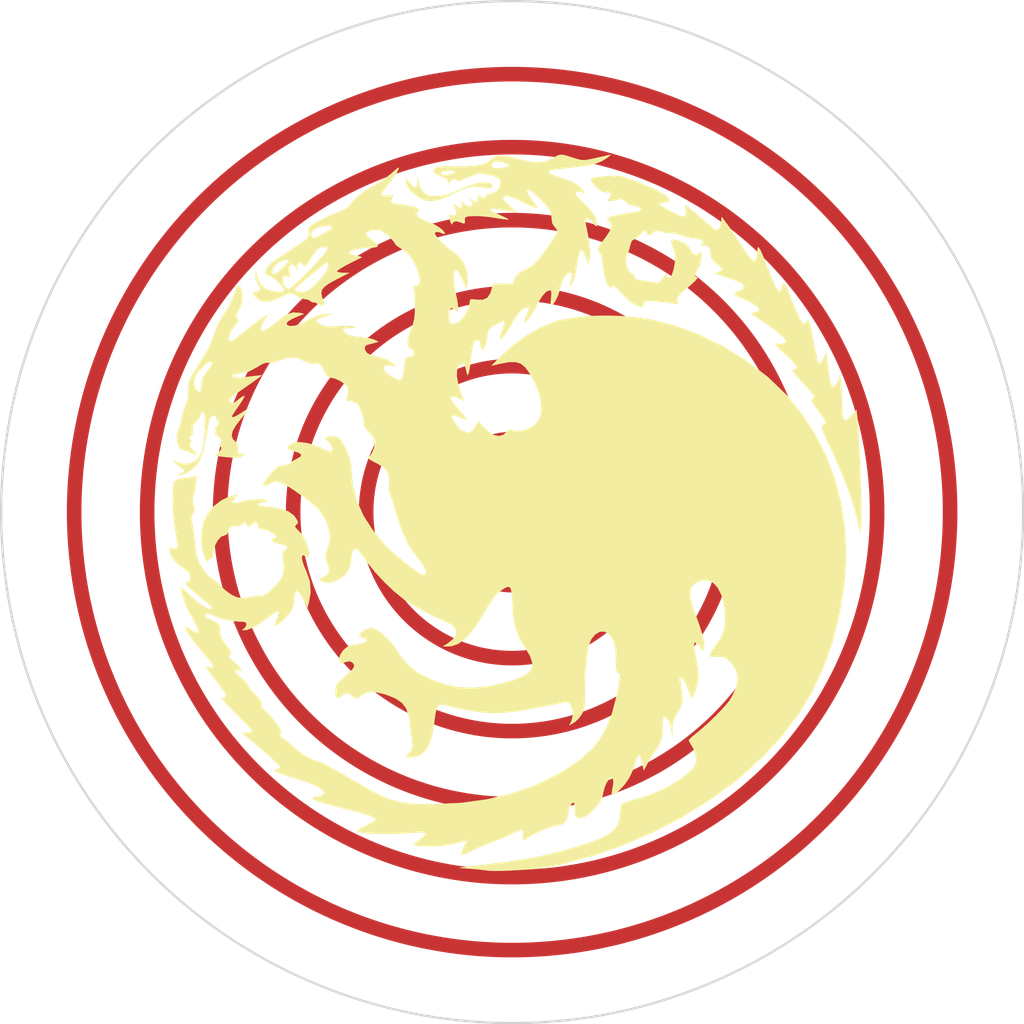
<source format=kicad_pcb>
(kicad_pcb (version 20171130) (host pcbnew "(5.0.0)")

  (general
    (thickness 1.6)
    (drawings 1)
    (tracks 0)
    (zones 0)
    (modules 2)
    (nets 1)
  )

  (page A)
  (layers
    (0 F.Cu signal)
    (31 B.Cu signal)
    (32 B.Adhes user)
    (33 F.Adhes user)
    (34 B.Paste user)
    (35 F.Paste user)
    (36 B.SilkS user)
    (37 F.SilkS user)
    (38 B.Mask user)
    (39 F.Mask user)
    (40 Dwgs.User user)
    (41 Cmts.User user)
    (42 Eco1.User user)
    (43 Eco2.User user)
    (44 Edge.Cuts user)
    (45 Margin user)
    (46 B.CrtYd user)
    (47 F.CrtYd user)
    (48 B.Fab user)
    (49 F.Fab user)
  )

  (setup
    (last_trace_width 0.25)
    (trace_clearance 0.2)
    (zone_clearance 0.508)
    (zone_45_only no)
    (trace_min 0.2)
    (segment_width 0.2)
    (edge_width 0.15)
    (via_size 0.8)
    (via_drill 0.4)
    (via_min_size 0.4)
    (via_min_drill 0.3)
    (uvia_size 0.3)
    (uvia_drill 0.1)
    (uvias_allowed no)
    (uvia_min_size 0.2)
    (uvia_min_drill 0.1)
    (pcb_text_width 0.3)
    (pcb_text_size 1.5 1.5)
    (mod_edge_width 0.15)
    (mod_text_size 1 1)
    (mod_text_width 0.15)
    (pad_size 1.524 1.524)
    (pad_drill 0.762)
    (pad_to_mask_clearance 0.2)
    (aux_axis_origin 139.7 107.95)
    (visible_elements 7FFFFFFF)
    (pcbplotparams
      (layerselection 0x310fc_ffffffff)
      (usegerberextensions false)
      (usegerberattributes false)
      (usegerberadvancedattributes false)
      (creategerberjobfile false)
      (excludeedgelayer true)
      (linewidth 0.100000)
      (plotframeref false)
      (viasonmask false)
      (mode 1)
      (useauxorigin false)
      (hpglpennumber 1)
      (hpglpenspeed 20)
      (hpglpendiameter 15.000000)
      (psnegative false)
      (psa4output false)
      (plotreference true)
      (plotvalue true)
      (plotinvisibletext false)
      (padsonsilk false)
      (subtractmaskfromsilk false)
      (outputformat 1)
      (mirror false)
      (drillshape 0)
      (scaleselection 1)
      (outputdirectory ""))
  )

  (net 0 "")

  (net_class Default "This is the default net class."
    (clearance 0.2)
    (trace_width 0.25)
    (via_dia 0.8)
    (via_drill 0.4)
    (uvia_dia 0.3)
    (uvia_drill 0.1)
  )

  (module Eddies_modules:targaryen_emblem_negative (layer F.Cu) (tedit 0) (tstamp 5C528942)
    (at 139.7 107.95)
    (fp_text reference G*** (at 0 0) (layer F.SilkS) hide
      (effects (font (size 1.524 1.524) (thickness 0.3)))
    )
    (fp_text value LOGO (at 0.75 0) (layer F.SilkS) hide
      (effects (font (size 1.524 1.524) (thickness 0.3)))
    )
    (fp_poly (pts (xy -8.13445 -28.727233) (xy -7.948752 -28.178295) (xy -7.702646 -27.838233) (xy -7.476948 -27.644732)
      (xy -7.236733 -27.543065) (xy -6.891999 -27.506848) (xy -6.56905 -27.505907) (xy -6.057368 -27.542634)
      (xy -5.565305 -27.655347) (xy -4.992813 -27.86976) (xy -4.7625 -27.970203) (xy -3.976488 -28.305424)
      (xy -3.359774 -28.527535) (xy -2.861821 -28.650664) (xy -2.432094 -28.68894) (xy -2.2225 -28.680304)
      (xy -1.885886 -28.627206) (xy -1.73881 -28.51767) (xy -1.7145 -28.3845) (xy -1.781503 -28.191897)
      (xy -1.9685 -28.177114) (xy -2.233402 -28.213134) (xy -2.644566 -28.256192) (xy -2.955362 -28.283776)
      (xy -3.288568 -28.301438) (xy -3.577054 -28.281289) (xy -3.88259 -28.206085) (xy -4.266942 -28.058584)
      (xy -4.791879 -27.821542) (xy -5.055856 -27.697412) (xy -5.87796 -27.338791) (xy -6.539368 -27.125245)
      (xy -7.083184 -27.05025) (xy -7.552508 -27.107281) (xy -7.9375 -27.261172) (xy -8.436249 -27.586781)
      (xy -8.858445 -27.979685) (xy -9.153472 -28.383142) (xy -9.270713 -28.740411) (xy -9.271 -28.756033)
      (xy -9.271 -29.139517) (xy -9.054579 -28.825509) (xy -8.776401 -28.487503) (xy -8.52237 -28.292702)
      (xy -8.351651 -28.276257) (xy -8.284432 -28.430678) (xy -8.242508 -28.734919) (xy -8.239104 -28.804746)
      (xy -8.223208 -29.2735) (xy -8.13445 -28.727233)) (layer F.SilkS) (width 0.01))
    (fp_poly (pts (xy -20.955 -17.2085) (xy -21.0185 -17.145) (xy -21.082 -17.2085) (xy -21.0185 -17.272)
      (xy -20.955 -17.2085)) (layer F.SilkS) (width 0.01))
    (fp_poly (pts (xy 9.503534 -29.212978) (xy 9.908145 -29.103982) (xy 10.464427 -28.90879) (xy 11.109953 -28.654305)
      (xy 11.782295 -28.367434) (xy 12.419025 -28.075078) (xy 12.957716 -27.804142) (xy 13.335941 -27.58153)
      (xy 13.403887 -27.532073) (xy 13.667954 -27.259583) (xy 13.696238 -27.057133) (xy 13.492678 -26.942806)
      (xy 13.2715 -26.924) (xy 12.977671 -26.894018) (xy 12.830829 -26.820295) (xy 12.827 -26.804653)
      (xy 12.93381 -26.685095) (xy 13.212145 -26.500329) (xy 13.598855 -26.282334) (xy 14.030794 -26.06309)
      (xy 14.444815 -25.874578) (xy 14.77777 -25.748777) (xy 14.966512 -25.717667) (xy 14.970661 -25.719028)
      (xy 15.082391 -25.856471) (xy 15.091544 -26.172924) (xy 15.077163 -26.297525) (xy 15.046655 -26.517418)
      (xy 15.042603 -26.655693) (xy 15.093155 -26.698631) (xy 15.226457 -26.632513) (xy 15.470657 -26.443619)
      (xy 15.853902 -26.11823) (xy 16.383 -25.661047) (xy 16.924037 -25.193706) (xy 17.304519 -24.86903)
      (xy 17.557583 -24.665373) (xy 17.716366 -24.561084) (xy 17.814006 -24.534517) (xy 17.883639 -24.564022)
      (xy 17.958403 -24.627953) (xy 17.961027 -24.630139) (xy 18.096434 -24.854545) (xy 18.181129 -25.198609)
      (xy 18.185659 -25.242892) (xy 18.2245 -25.70145) (xy 18.737453 -25.010975) (xy 19.059394 -24.559132)
      (xy 19.438294 -24.000274) (xy 19.799607 -23.444692) (xy 19.847964 -23.368) (xy 20.286076 -22.690912)
      (xy 20.621649 -22.222761) (xy 20.86817 -21.946534) (xy 21.039123 -21.845215) (xy 21.055794 -21.844)
      (xy 21.185233 -21.959685) (xy 21.284187 -22.261898) (xy 21.332478 -22.683374) (xy 21.334265 -22.772246)
      (xy 21.36135 -23.016209) (xy 21.441967 -23.040177) (xy 21.580292 -22.838088) (xy 21.780504 -22.403882)
      (xy 22.040934 -21.746907) (xy 22.403478 -20.809612) (xy 22.695996 -20.099453) (xy 22.92764 -19.602219)
      (xy 23.10756 -19.303701) (xy 23.244906 -19.18969) (xy 23.348831 -19.245976) (xy 23.428483 -19.45835)
      (xy 23.45055 -19.558) (xy 23.513377 -19.811407) (xy 23.58525 -19.930214) (xy 23.679917 -19.895593)
      (xy 23.811122 -19.688714) (xy 23.992613 -19.290749) (xy 24.238134 -18.682867) (xy 24.407284 -18.247462)
      (xy 24.701878 -17.528991) (xy 24.970367 -16.961872) (xy 25.197863 -16.573892) (xy 25.36948 -16.392836)
      (xy 25.406233 -16.383) (xy 25.551769 -16.479689) (xy 25.630114 -16.589809) (xy 25.705877 -16.694085)
      (xy 25.775354 -16.695772) (xy 25.847766 -16.567621) (xy 25.932333 -16.28238) (xy 26.038275 -15.812799)
      (xy 26.17481 -15.131628) (xy 26.243071 -14.778097) (xy 26.371527 -14.135633) (xy 26.491989 -13.581963)
      (xy 26.5932 -13.165449) (xy 26.663899 -12.934456) (xy 26.678653 -12.90714) (xy 26.786762 -12.94352)
      (xy 26.956513 -13.157214) (xy 27.070257 -13.35164) (xy 27.364094 -13.9065) (xy 27.473989 -12.827)
      (xy 27.540702 -12.25763) (xy 27.618392 -11.722225) (xy 27.692404 -11.319559) (xy 27.706639 -11.258986)
      (xy 27.793543 -10.954099) (xy 27.876394 -10.85814) (xy 28.006771 -10.932204) (xy 28.067999 -10.986405)
      (xy 28.269737 -11.266706) (xy 28.400697 -11.601919) (xy 28.494791 -12.0015) (xy 28.591076 -11.4935)
      (xy 28.635307 -11.135815) (xy 28.671091 -10.614976) (xy 28.692847 -10.021811) (xy 28.696415 -9.779)
      (xy 28.714213 -9.018293) (xy 28.756982 -8.48663) (xy 28.828666 -8.159928) (xy 28.933208 -8.014103)
      (xy 28.987566 -8.001) (xy 29.144016 -8.086546) (xy 29.395245 -8.303765) (xy 29.53637 -8.446184)
      (xy 29.956231 -8.891367) (xy 30.023017 -8.350934) (xy 30.071993 -7.860085) (xy 30.121607 -7.192379)
      (xy 30.170631 -6.383815) (xy 30.217838 -5.470392) (xy 30.262001 -4.48811) (xy 30.301892 -3.472968)
      (xy 30.336283 -2.460967) (xy 30.363948 -1.488104) (xy 30.383658 -0.590382) (xy 30.394187 0.196202)
      (xy 30.394306 0.835648) (xy 30.382789 1.291956) (xy 30.359718 1.524) (xy 30.288714 1.750738)
      (xy 30.245002 1.758584) (xy 30.238999 1.706668) (xy 30.192552 1.401946) (xy 30.083289 0.916451)
      (xy 29.927413 0.310808) (xy 29.741128 -0.354361) (xy 29.540637 -1.018432) (xy 29.375509 -1.524)
      (xy 28.667704 -3.397564) (xy 27.773363 -5.413665) (xy 27.491894 -5.999153) (xy 27.199587 -6.608672)
      (xy 27.017416 -7.032401) (xy 26.939022 -7.310261) (xy 26.958044 -7.482172) (xy 27.068123 -7.588055)
      (xy 27.227961 -7.655757) (xy 27.264552 -7.788852) (xy 27.125574 -8.095545) (xy 26.814597 -8.569362)
      (xy 26.466523 -9.035826) (xy 26.179303 -9.426907) (xy 26.046914 -9.667468) (xy 26.052393 -9.794081)
      (xy 26.100227 -9.82559) (xy 26.267483 -9.962516) (xy 26.289 -10.033302) (xy 26.206358 -10.173577)
      (xy 25.981389 -10.455267) (xy 25.648527 -10.837384) (xy 25.245413 -11.275538) (xy 24.808626 -11.744881)
      (xy 24.530658 -12.063734) (xy 24.391596 -12.262083) (xy 24.37153 -12.369912) (xy 24.450547 -12.417209)
      (xy 24.483413 -12.423083) (xy 24.704708 -12.512442) (xy 24.765055 -12.613583) (xy 24.67715 -12.755769)
      (xy 24.438609 -13.027437) (xy 24.087263 -13.387786) (xy 23.717305 -13.743518) (xy 23.272387 -14.16371)
      (xy 22.996809 -14.439456) (xy 22.871828 -14.597014) (xy 22.8787 -14.662646) (xy 22.998683 -14.662611)
      (xy 23.069659 -14.650911) (xy 23.419187 -14.634943) (xy 23.682609 -14.697371) (xy 23.797518 -14.793024)
      (xy 23.776978 -14.926083) (xy 23.603579 -15.162571) (xy 23.539735 -15.23914) (xy 23.289877 -15.47892)
      (xy 22.883439 -15.806906) (xy 22.379652 -16.177361) (xy 21.910784 -16.496959) (xy 21.380075 -16.848267)
      (xy 21.039451 -17.086608) (xy 20.864876 -17.235644) (xy 20.832313 -17.319037) (xy 20.917724 -17.360449)
      (xy 21.0185 -17.375319) (xy 21.324135 -17.436954) (xy 21.502412 -17.518036) (xy 21.495581 -17.660963)
      (xy 21.30128 -17.869532) (xy 20.965938 -18.110351) (xy 20.535982 -18.350027) (xy 20.063112 -18.553248)
      (xy 19.586259 -18.760998) (xy 19.350341 -18.945628) (xy 19.358391 -19.101481) (xy 19.613441 -19.222901)
      (xy 19.693581 -19.242385) (xy 20.032839 -19.383785) (xy 20.159627 -19.589056) (xy 20.056145 -19.819436)
      (xy 19.986678 -19.880714) (xy 19.75957 -20.002185) (xy 19.361742 -20.166146) (xy 18.866138 -20.343358)
      (xy 18.684915 -20.402517) (xy 17.621331 -20.74081) (xy 17.978893 -20.928155) (xy 18.336454 -21.115501)
      (xy 17.802261 -21.575001) (xy 17.480479 -21.880706) (xy 17.320257 -22.135282) (xy 17.270999 -22.427261)
      (xy 17.270033 -22.506282) (xy 17.189783 -22.910341) (xy 16.972004 -23.149038) (xy 16.657079 -23.184898)
      (xy 16.567925 -23.157788) (xy 16.426093 -23.127325) (xy 16.445611 -23.242406) (xy 16.500702 -23.350628)
      (xy 16.573639 -23.508309) (xy 16.563009 -23.616241) (xy 16.428868 -23.695192) (xy 16.131273 -23.765934)
      (xy 15.630279 -23.849237) (xy 15.503885 -23.868964) (xy 15.061937 -23.953842) (xy 14.717473 -24.049399)
      (xy 14.557735 -24.126465) (xy 14.360793 -24.204134) (xy 14.012107 -24.250873) (xy 13.823575 -24.257)
      (xy 13.386685 -24.287334) (xy 13.006411 -24.363529) (xy 12.905465 -24.40029) (xy 12.646325 -24.472835)
      (xy 12.409762 -24.390671) (xy 12.249562 -24.27502) (xy 11.938012 -24.092768) (xy 11.744457 -24.119809)
      (xy 11.684 -24.327996) (xy 11.623216 -24.49448) (xy 11.456638 -24.450158) (xy 11.207921 -24.202758)
      (xy 11.17521 -24.16175) (xy 10.909001 -23.900517) (xy 10.638914 -23.746669) (xy 10.627515 -23.743575)
      (xy 10.400022 -23.586993) (xy 10.280036 -23.235575) (xy 10.184774 -22.845639) (xy 10.057564 -22.521043)
      (xy 10.056514 -22.5191) (xy 9.926368 -22.098568) (xy 9.926449 -21.630776) (xy 10.039707 -21.195407)
      (xy 10.249091 -20.872141) (xy 10.433273 -20.758383) (xy 10.62907 -20.593622) (xy 10.668 -20.455928)
      (xy 10.721986 -20.311886) (xy 10.919768 -20.218732) (xy 11.315081 -20.15196) (xy 11.341453 -20.14882)
      (xy 11.813903 -20.087041) (xy 12.248284 -20.020122) (xy 12.407426 -19.991165) (xy 12.673678 -19.967474)
      (xy 12.867573 -20.062209) (xy 13.079515 -20.324545) (xy 13.114709 -20.375879) (xy 13.31093 -20.652261)
      (xy 13.415732 -20.736832) (xy 13.476473 -20.650521) (xy 13.505453 -20.548551) (xy 13.580467 -20.348991)
      (xy 13.691723 -20.373988) (xy 13.783839 -20.460411) (xy 13.910164 -20.687954) (xy 14.036079 -21.077268)
      (xy 14.121615 -21.475659) (xy 14.188116 -21.971551) (xy 14.18162 -22.34912) (xy 14.091726 -22.736211)
      (xy 13.996104 -23.01875) (xy 13.857931 -23.435199) (xy 13.835456 -23.665224) (xy 13.961178 -23.734981)
      (xy 14.267596 -23.670626) (xy 14.650124 -23.545115) (xy 15.073779 -23.357911) (xy 15.347259 -23.103116)
      (xy 15.500828 -22.846615) (xy 15.737089 -22.496161) (xy 15.967413 -22.353779) (xy 16.161482 -22.435583)
      (xy 16.1925 -22.479) (xy 16.367852 -22.601379) (xy 16.407011 -22.606) (xy 16.491718 -22.499193)
      (xy 16.500602 -22.227726) (xy 16.44631 -21.865035) (xy 16.341493 -21.484555) (xy 16.198799 -21.159719)
      (xy 16.14311 -21.073924) (xy 15.927755 -20.735079) (xy 15.897956 -20.532319) (xy 16.050556 -20.431719)
      (xy 16.082676 -20.424563) (xy 16.105363 -20.335509) (xy 15.925149 -20.114461) (xy 15.538637 -19.757632)
      (xy 15.310162 -19.563177) (xy 14.854106 -19.171044) (xy 14.567755 -18.891275) (xy 14.418132 -18.683151)
      (xy 14.372257 -18.505952) (xy 14.378421 -18.412744) (xy 14.42687 -18.082636) (xy 13.11369 -18.260393)
      (xy 12.427512 -18.344944) (xy 11.953703 -18.377317) (xy 11.655033 -18.352406) (xy 11.494271 -18.265103)
      (xy 11.434185 -18.110301) (xy 11.43 -18.029428) (xy 11.386605 -17.840594) (xy 11.209444 -17.832525)
      (xy 11.14425 -17.851031) (xy 10.662504 -18.043317) (xy 10.230841 -18.327535) (xy 9.777395 -18.755892)
      (xy 9.54298 -19.014263) (xy 9.207434 -19.384115) (xy 8.983925 -19.586955) (xy 8.825192 -19.653606)
      (xy 8.683972 -19.614893) (xy 8.651339 -19.59578) (xy 8.482803 -19.524377) (xy 8.362867 -19.602748)
      (xy 8.232177 -19.874698) (xy 8.214707 -19.918034) (xy 8.006614 -20.637257) (xy 7.863832 -21.585272)
      (xy 7.826267 -22.01714) (xy 7.742386 -22.407752) (xy 7.57766 -22.627171) (xy 7.463334 -22.737816)
      (xy 7.46304 -22.90711) (xy 7.592161 -23.170139) (xy 7.866083 -23.561992) (xy 8.146383 -23.92434)
      (xy 8.494717 -24.44826) (xy 8.62373 -24.869261) (xy 8.537336 -25.205594) (xy 8.4455 -25.318358)
      (xy 8.291766 -25.495146) (xy 8.255 -25.564924) (xy 8.371333 -25.638237) (xy 8.683001 -25.734949)
      (xy 9.134006 -25.841746) (xy 9.668349 -25.945319) (xy 10.210182 -26.029689) (xy 10.80245 -26.132163)
      (xy 11.148661 -26.245382) (xy 11.246429 -26.367805) (xy 11.093364 -26.497891) (xy 10.997912 -26.538281)
      (xy 10.651401 -26.637274) (xy 10.399668 -26.670001) (xy 10.1425 -26.758761) (xy 9.8668 -26.973446)
      (xy 9.856504 -26.984391) (xy 9.623322 -27.191055) (xy 9.392691 -27.232977) (xy 9.133157 -27.174891)
      (xy 8.771491 -27.08948) (xy 8.483 -27.051156) (xy 8.470887 -27.051) (xy 8.319142 -27.071498)
      (xy 8.33611 -27.178556) (xy 8.438298 -27.333259) (xy 8.604537 -27.61584) (xy 8.575137 -27.760533)
      (xy 8.326574 -27.810159) (xy 8.174745 -27.813001) (xy 7.823646 -27.861617) (xy 7.518447 -28.042447)
      (xy 7.285745 -28.266543) (xy 7.012223 -28.604297) (xy 6.868587 -28.882105) (xy 6.873761 -29.053357)
      (xy 6.95325 -29.085516) (xy 7.118482 -29.103789) (xy 7.461862 -29.149389) (xy 7.910254 -29.212591)
      (xy 7.927047 -29.215016) (xy 8.937101 -29.274908) (xy 9.503534 -29.212978)) (layer F.SilkS) (width 0.01))
    (fp_poly (pts (xy 8.549996 -31.046854) (xy 8.354698 -30.88421) (xy 8.267035 -30.816957) (xy 7.83342 -30.543746)
      (xy 7.309583 -30.331107) (xy 6.65007 -30.166497) (xy 5.809428 -30.037372) (xy 5.207 -29.972457)
      (xy 4.418388 -29.892436) (xy 3.852307 -29.82268) (xy 3.477796 -29.757377) (xy 3.263892 -29.690715)
      (xy 3.179637 -29.616883) (xy 3.175 -29.591022) (xy 3.288503 -29.480748) (xy 3.591696 -29.329534)
      (xy 4.028605 -29.160976) (xy 4.543254 -28.998671) (xy 4.650266 -28.969123) (xy 5.250431 -28.733408)
      (xy 5.790167 -28.389221) (xy 6.176626 -27.996775) (xy 6.197854 -27.965535) (xy 6.318463 -27.766165)
      (xy 6.273895 -27.733532) (xy 6.048672 -27.82874) (xy 5.759301 -27.918659) (xy 5.574662 -27.849769)
      (xy 5.559696 -27.835497) (xy 5.53183 -27.718483) (xy 5.638661 -27.523925) (xy 5.901537 -27.222257)
      (xy 6.266373 -26.856865) (xy 6.772838 -26.337122) (xy 7.104254 -25.918187) (xy 7.290734 -25.551119)
      (xy 7.362391 -25.186981) (xy 7.366 -25.069814) (xy 7.355921 -24.893318) (xy 7.296796 -24.86839)
      (xy 7.145294 -25.010394) (xy 6.966119 -25.211601) (xy 6.664907 -25.499123) (xy 6.471206 -25.557749)
      (xy 6.388602 -25.390344) (xy 6.420675 -24.999777) (xy 6.460543 -24.80702) (xy 6.662752 -23.786961)
      (xy 6.770288 -22.91418) (xy 6.779682 -22.222892) (xy 6.748513 -21.966665) (xy 6.681788 -21.628117)
      (xy 6.636542 -21.517349) (xy 6.588346 -21.612325) (xy 6.542132 -21.7805) (xy 6.390716 -22.241049)
      (xy 6.220845 -22.586554) (xy 6.060188 -22.770872) (xy 5.951224 -22.766025) (xy 5.872579 -22.58517)
      (xy 5.784202 -22.22866) (xy 5.705066 -21.773215) (xy 5.704211 -21.767183) (xy 5.568563 -20.941814)
      (xy 5.423037 -20.335512) (xy 5.258129 -19.913345) (xy 5.153946 -19.744576) (xy 5.043536 -19.611938)
      (xy 5.015543 -19.652564) (xy 5.061353 -19.898599) (xy 5.084819 -20.0025) (xy 5.175919 -20.447645)
      (xy 5.191469 -20.699687) (xy 5.127852 -20.809126) (xy 5.025717 -20.828) (xy 4.77952 -20.711936)
      (xy 4.531617 -20.401665) (xy 4.318642 -19.954069) (xy 4.200398 -19.546501) (xy 3.986946 -18.813984)
      (xy 3.707815 -18.272176) (xy 3.497619 -18.038249) (xy 3.386874 -17.968435) (xy 3.339159 -18.029409)
      (xy 3.3451 -18.264825) (xy 3.379731 -18.587249) (xy 3.416593 -19.004078) (xy 3.39708 -19.224442)
      (xy 3.313844 -19.301098) (xy 3.279932 -19.304001) (xy 2.990699 -19.187987) (xy 2.672478 -18.867029)
      (xy 2.361178 -18.381754) (xy 2.231884 -18.118299) (xy 2.021626 -17.701285) (xy 1.772186 -17.27919)
      (xy 1.51693 -16.898944) (xy 1.289224 -16.607476) (xy 1.122432 -16.451715) (xy 1.053525 -16.460924)
      (xy 1.073988 -16.648521) (xy 1.176638 -16.975641) (xy 1.261507 -17.188688) (xy 1.514973 -17.78)
      (xy 1.259714 -17.78) (xy 0.93308 -17.664802) (xy 0.574792 -17.314988) (xy 0.179053 -16.724233)
      (xy 0.004154 -16.41002) (xy -0.279452 -15.920466) (xy -0.565821 -15.49732) (xy -0.821524 -15.183052)
      (xy -1.01313 -15.020133) (xy -1.091 -15.018667) (xy -1.082217 -15.159979) (xy -0.998035 -15.466051)
      (xy -0.881063 -15.803563) (xy -0.74895 -16.195628) (xy -0.67839 -16.485504) (xy -0.680405 -16.597738)
      (xy -0.818646 -16.57752) (xy -1.107493 -16.454312) (xy -1.423058 -16.288494) (xy -1.79608 -16.067485)
      (xy -2.004742 -15.884027) (xy -2.107562 -15.653853) (xy -2.163061 -15.292694) (xy -2.172286 -15.2096)
      (xy -2.251166 -14.761081) (xy -2.36888 -14.37941) (xy -2.445196 -14.230154) (xy -2.571317 -14.067312)
      (xy -2.642548 -14.075376) (xy -2.697337 -14.286599) (xy -2.728823 -14.468074) (xy -2.843599 -14.841835)
      (xy -3.014279 -14.981561) (xy -3.227743 -14.878941) (xy -3.282677 -14.818784) (xy -3.356113 -14.626651)
      (xy -3.44124 -14.245157) (xy -3.525256 -13.737757) (xy -3.570906 -13.390034) (xy -3.666835 -12.660447)
      (xy -3.75319 -12.179903) (xy -3.831934 -11.943706) (xy -3.905029 -11.947161) (xy -3.974437 -12.185573)
      (xy -4.003141 -12.355837) (xy -4.103933 -12.768218) (xy -4.253164 -12.936306) (xy -4.462638 -12.867152)
      (xy -4.615817 -12.72175) (xy -4.794009 -12.340329) (xy -4.806147 -11.772179) (xy -4.652034 -11.015758)
      (xy -4.331472 -10.069523) (xy -4.249416 -9.862422) (xy -4.210131 -9.729672) (xy -4.275589 -9.70848)
      (xy -4.493415 -9.802303) (xy -4.673963 -9.893227) (xy -5.0611 -10.050818) (xy -5.268244 -10.043732)
      (xy -5.298061 -9.883787) (xy -5.15322 -9.582802) (xy -4.836388 -9.152595) (xy -4.393586 -8.651016)
      (xy -4.07561 -8.296396) (xy -3.945527 -8.09727) (xy -4.013245 -8.043217) (xy -4.288674 -8.123813)
      (xy -4.723956 -8.30356) (xy -5.031719 -8.408656) (xy -5.229417 -8.424032) (xy -5.255144 -8.406848)
      (xy -5.233499 -8.231321) (xy -5.081411 -7.942693) (xy -4.847008 -7.608498) (xy -4.578419 -7.296267)
      (xy -4.323772 -7.073533) (xy -4.289488 -7.05186) (xy -3.898028 -6.909207) (xy -3.57219 -6.999368)
      (xy -3.285303 -7.3319) (xy -3.228183 -7.432167) (xy -3.05833 -7.712362) (xy -2.929073 -7.864747)
      (xy -2.907194 -7.874) (xy -2.786645 -7.782058) (xy -2.580539 -7.550481) (xy -2.485009 -7.429367)
      (xy -2.048941 -6.97786) (xy -1.586999 -6.703047) (xy -1.141799 -6.616097) (xy -0.755954 -6.728181)
      (xy -0.550343 -6.92226) (xy -0.364344 -7.12936) (xy -0.163923 -7.177585) (xy 0.119995 -7.114528)
      (xy 0.716215 -7.06562) (xy 1.323209 -7.222275) (xy 1.870342 -7.549457) (xy 2.28698 -8.012127)
      (xy 2.411403 -8.251147) (xy 2.547127 -8.885378) (xy 2.497077 -9.652947) (xy 2.266658 -10.51996)
      (xy 1.9192 -11.337834) (xy 1.523309 -12.074525) (xy 1.152583 -12.590668) (xy 0.762065 -12.909845)
      (xy 0.306797 -13.055639) (xy -0.258177 -13.051631) (xy -0.977814 -12.921402) (xy -1.062395 -12.901785)
      (xy -1.807289 -12.726538) (xy -1.062395 -13.488149) (xy 0.02499 -14.483295) (xy 1.196558 -15.344428)
      (xy 2.403233 -16.041167) (xy 3.595942 -16.543134) (xy 4.12659 -16.700321) (xy 5.251257 -16.916602)
      (xy 6.548195 -17.050397) (xy 7.949309 -17.101314) (xy 9.3865 -17.068959) (xy 10.791672 -16.952939)
      (xy 12.096729 -16.752858) (xy 12.1285 -16.746574) (xy 14.246536 -16.201237) (xy 16.34305 -15.419651)
      (xy 18.38299 -14.419206) (xy 20.331303 -13.217293) (xy 22.152938 -11.831301) (xy 22.316721 -11.691902)
      (xy 23.863391 -10.197837) (xy 25.222314 -8.543621) (xy 26.387067 -6.746972) (xy 27.351227 -4.825609)
      (xy 28.108371 -2.797252) (xy 28.652073 -0.67962) (xy 28.975911 1.509567) (xy 29.073462 3.752591)
      (xy 28.938301 6.031733) (xy 28.889499 6.438745) (xy 28.462524 8.991644) (xy 27.858167 11.371048)
      (xy 27.066634 13.594324) (xy 26.078135 15.678841) (xy 24.882878 17.641967) (xy 23.471073 19.50107)
      (xy 21.832926 21.273518) (xy 19.958647 22.976679) (xy 19.231238 23.570619) (xy 17.078565 25.138205)
      (xy 14.74195 26.574309) (xy 12.265616 27.859062) (xy 9.693783 28.972596) (xy 7.070674 29.89504)
      (xy 4.440511 30.606527) (xy 2.8575 30.927406) (xy 2.392607 30.99227) (xy 1.780154 31.053638)
      (xy 1.073001 31.108844) (xy 0.324006 31.155225) (xy -0.413974 31.190114) (xy -1.088078 31.210847)
      (xy -1.645449 31.214759) (xy -2.033228 31.199184) (xy -2.159 31.180333) (xy -2.365825 31.148025)
      (xy -2.756285 31.104748) (xy -3.260683 31.057904) (xy -3.4925 31.038726) (xy -4.6355 30.947677)
      (xy -3.302 30.779169) (xy -1.876717 30.596339) (xy -0.666782 30.433977) (xy 0.365004 30.285436)
      (xy 1.255841 30.144071) (xy 2.042929 30.003237) (xy 2.763468 29.856289) (xy 3.454657 29.696582)
      (xy 4.153697 29.517469) (xy 4.878015 29.317897) (xy 6.089753 28.958825) (xy 7.07272 28.624701)
      (xy 7.84884 28.299611) (xy 8.440035 27.967646) (xy 8.868228 27.612892) (xy 9.15534 27.219439)
      (xy 9.323295 26.771376) (xy 9.394014 26.25279) (xy 9.399944 26.035838) (xy 9.429849 25.686321)
      (xy 9.499956 25.436869) (xy 9.506998 25.424778) (xy 9.673154 25.318636) (xy 10.020785 25.184269)
      (xy 10.482974 25.046543) (xy 10.616303 25.0126) (xy 11.952638 24.606352) (xy 13.206306 24.072968)
      (xy 14.324563 23.439085) (xy 15.254664 22.731336) (xy 15.398607 22.597597) (xy 15.730739 22.260058)
      (xy 15.912654 22.002739) (xy 15.988337 21.742152) (xy 16.002 21.452328) (xy 15.898928 20.829471)
      (xy 15.6845 20.419718) (xy 15.4913 20.11303) (xy 15.378744 19.891076) (xy 15.367 19.844834)
      (xy 15.460578 19.717292) (xy 15.7043 19.492479) (xy 15.999326 19.254974) (xy 16.516841 18.829917)
      (xy 17.103207 18.300151) (xy 17.700804 17.722501) (xy 18.252014 17.153793) (xy 18.699216 16.650852)
      (xy 18.903238 16.391102) (xy 19.189587 15.913144) (xy 19.434898 15.367248) (xy 19.504911 15.159482)
      (xy 19.611614 14.42421) (xy 19.476778 13.763661) (xy 19.096317 13.162372) (xy 18.930925 12.988561)
      (xy 18.639723 12.73067) (xy 18.388695 12.608971) (xy 18.063089 12.583019) (xy 17.813521 12.594724)
      (xy 17.408515 12.602395) (xy 17.201258 12.540985) (xy 17.18417 12.378749) (xy 17.349672 12.083941)
      (xy 17.607639 11.732365) (xy 18.062634 11.078807) (xy 18.348714 10.497665) (xy 18.494066 9.901148)
      (xy 18.526877 9.201463) (xy 18.516305 8.902181) (xy 18.406567 7.961916) (xy 18.188495 7.17685)
      (xy 17.876143 6.564488) (xy 17.483565 6.142337) (xy 17.024812 5.927902) (xy 16.513939 5.938688)
      (xy 16.221849 6.04408) (xy 15.827376 6.288806) (xy 15.580355 6.596325) (xy 15.478264 6.997657)
      (xy 15.518578 7.523823) (xy 15.698773 8.205844) (xy 15.98231 8.98839) (xy 16.311043 9.885267)
      (xy 16.548114 10.655951) (xy 16.686542 11.272242) (xy 16.719343 11.705935) (xy 16.691356 11.852532)
      (xy 16.559477 12.036587) (xy 16.429647 12.034933) (xy 16.383 11.883571) (xy 16.307267 11.667104)
      (xy 16.135745 11.461273) (xy 15.951943 11.352932) (xy 15.881793 11.362301) (xy 15.834298 11.431068)
      (xy 15.824055 11.583862) (xy 15.855893 11.860034) (xy 15.934643 12.298933) (xy 16.065134 12.939909)
      (xy 16.089982 13.058359) (xy 16.190179 13.684304) (xy 16.222622 14.242972) (xy 16.203692 14.518859)
      (xy 16.112767 14.980792) (xy 15.991087 15.435229) (xy 15.858608 15.824986) (xy 15.735285 16.092881)
      (xy 15.641073 16.181731) (xy 15.626736 16.172155) (xy 15.537669 16.004543) (xy 15.396791 15.671723)
      (xy 15.247585 15.280676) (xy 15.063702 14.848333) (xy 14.885336 14.544625) (xy 14.73778 14.391811)
      (xy 14.646327 14.412149) (xy 14.636269 14.627898) (xy 14.658322 14.762112) (xy 14.718414 15.127408)
      (xy 14.782251 15.611267) (xy 14.815534 15.910791) (xy 14.844838 16.323042) (xy 14.813864 16.629945)
      (xy 14.696232 16.932762) (xy 14.465559 17.332758) (xy 14.430056 17.390434) (xy 14.153054 17.889289)
      (xy 14.007061 18.310245) (xy 13.954538 18.765418) (xy 13.953031 18.815142) (xy 13.936062 19.4945)
      (xy 13.852813 18.899094) (xy 13.740289 18.460483) (xy 13.555059 18.082747) (xy 13.338757 17.83644)
      (xy 13.192426 17.78) (xy 13.144552 17.896369) (xy 13.113664 18.203438) (xy 13.10564 18.638152)
      (xy 13.106583 18.70075) (xy 13.081971 19.367796) (xy 12.956844 19.912902) (xy 12.697366 20.437665)
      (xy 12.370585 20.91074) (xy 12.125705 21.272771) (xy 11.858412 21.717553) (xy 11.759967 21.896247)
      (xy 11.448778 22.481513) (xy 11.291378 21.778176) (xy 11.186643 21.40548) (xy 11.078133 21.167239)
      (xy 11.009115 21.116461) (xy 10.911732 21.253069) (xy 10.791576 21.561773) (xy 10.707884 21.850291)
      (xy 10.534997 22.36453) (xy 10.285028 22.925108) (xy 10.123507 23.221789) (xy 9.860121 23.600542)
      (xy 9.542019 23.97318) (xy 9.215929 24.29536) (xy 8.928579 24.522744) (xy 8.726696 24.610991)
      (xy 8.677037 24.594371) (xy 8.659859 24.436684) (xy 8.7051 24.129121) (xy 8.736679 23.992632)
      (xy 8.812518 23.532334) (xy 8.776791 23.226545) (xy 8.634131 23.114019) (xy 8.63163 23.114)
      (xy 8.435878 23.227093) (xy 8.230096 23.519889) (xy 8.052222 23.922662) (xy 7.940195 24.365683)
      (xy 7.936444 24.391677) (xy 7.819898 24.872888) (xy 7.587706 25.318951) (xy 7.202048 25.789401)
      (xy 6.7945 26.18928) (xy 6.31922 26.534097) (xy 5.899297 26.640422) (xy 5.634409 26.566448)
      (xy 5.489901 26.417734) (xy 5.437636 26.14359) (xy 5.444302 25.856489) (xy 5.44731 25.483608)
      (xy 5.386944 25.307488) (xy 5.2892 25.273) (xy 5.140557 25.388698) (xy 5.00441 25.742783)
      (xy 4.94144 26.00325) (xy 4.816368 26.539263) (xy 4.689037 26.880403) (xy 4.51149 27.08165)
      (xy 4.235772 27.197985) (xy 3.825809 27.282299) (xy 3.073718 27.486294) (xy 2.264906 27.823201)
      (xy 1.517811 28.241987) (xy 1.377394 28.337287) (xy 1.073574 28.527755) (xy 0.92567 28.534882)
      (xy 0.899617 28.343915) (xy 0.926057 28.141841) (xy 0.955295 27.832516) (xy 0.933875 27.648675)
      (xy 0.927393 27.639727) (xy 0.787523 27.656476) (xy 0.490988 27.768416) (xy 0.143468 27.931028)
      (xy -0.341718 28.155854) (xy -0.943093 28.407198) (xy -1.535359 28.632833) (xy -1.568704 28.644709)
      (xy -2.208277 28.892075) (xy -2.912299 29.195732) (xy -3.505454 29.478622) (xy -3.95308 29.690979)
      (xy -4.276585 29.811268) (xy -4.433761 29.824702) (xy -4.442211 29.806805) (xy -4.391053 29.607276)
      (xy -4.264674 29.27638) (xy -4.187733 29.099812) (xy -3.936044 28.545125) (xy -4.222272 28.626712)
      (xy -4.983206 28.832891) (xy -5.596302 28.967482) (xy -6.152862 29.044502) (xy -6.744188 29.077966)
      (xy -7.194688 29.083) (xy -7.743267 29.073231) (xy -8.19097 29.046873) (xy -8.481011 29.008348)
      (xy -8.559702 28.976709) (xy -8.501813 28.85195) (xy -8.283346 28.642537) (xy -8.059197 28.471326)
      (xy -7.686773 28.188621) (xy -7.523134 28.000587) (xy -7.577935 27.895876) (xy -7.86083 27.863138)
      (xy -8.381473 27.891024) (xy -8.54075 27.905278) (xy -9.127516 27.946551) (xy -9.825873 27.974439)
      (xy -10.579056 27.98905) (xy -11.330303 27.99049) (xy -12.022849 27.978867) (xy -12.59993 27.95429)
      (xy -13.004782 27.916866) (xy -13.11275 27.896605) (xy -13.364845 27.801418) (xy -13.462 27.706931)
      (xy -13.356152 27.605333) (xy -13.078674 27.436341) (xy -12.690156 27.236794) (xy -12.289895 27.035526)
      (xy -11.989264 26.865757) (xy -11.855516 26.766281) (xy -11.889071 26.667202) (xy -12.107834 26.541841)
      (xy -12.526397 26.384998) (xy -13.159352 26.191472) (xy -14.02129 25.956063) (xy -14.418501 25.852848)
      (xy -15.353129 25.610642) (xy -16.069413 25.419384) (xy -16.595817 25.269999) (xy -16.960804 25.153417)
      (xy -17.192837 25.060563) (xy -17.320381 24.982366) (xy -17.371278 24.911667) (xy -17.303412 24.800004)
      (xy -17.102471 24.765) (xy -16.648598 24.705554) (xy -16.416795 24.526262) (xy -16.383 24.374132)
      (xy -16.503055 24.169487) (xy -16.84391 23.932676) (xy -17.376603 23.677737) (xy -18.072172 23.418705)
      (xy -18.825448 23.190389) (xy -19.385842 23.023777) (xy -19.918668 22.844255) (xy -20.324921 22.685615)
      (xy -20.384902 22.658109) (xy -20.688046 22.50769) (xy -20.780487 22.430831) (xy -20.681406 22.393062)
      (xy -20.542251 22.375314) (xy -20.288497 22.298242) (xy -20.193001 22.182981) (xy -20.284872 22.056532)
      (xy -20.537348 21.79895) (xy -20.915719 21.441488) (xy -21.385276 21.015398) (xy -21.91131 20.551931)
      (xy -22.45911 20.082339) (xy -22.99397 19.637875) (xy -23.241 19.438577) (xy -23.5585 19.18545)
      (xy -23.08225 19.181225) (xy -22.77598 19.151524) (xy -22.61377 19.083184) (xy -22.606001 19.062528)
      (xy -22.692084 18.938582) (xy -22.929761 18.670839) (xy -23.288169 18.292213) (xy -23.736444 17.835616)
      (xy -24.034751 17.538867) (xy -24.576975 16.997481) (xy -24.949632 16.607368) (xy -25.169775 16.347496)
      (xy -25.254458 16.196834) (xy -25.220735 16.134352) (xy -25.17775 16.129338) (xy -24.954996 16.065754)
      (xy -24.892 15.960347) (xy -24.966699 15.797731) (xy -25.169351 15.485007) (xy -25.467792 15.069243)
      (xy -25.781 14.659476) (xy -26.216103 14.096353) (xy -26.496344 13.708655) (xy -26.631401 13.478307)
      (xy -26.630948 13.387232) (xy -26.504662 13.417351) (xy -26.42435 13.457531) (xy -26.141011 13.563516)
      (xy -26.023041 13.503605) (xy -26.066176 13.300953) (xy -26.26615 12.978715) (xy -26.582444 12.599309)
      (xy -27.102297 12.007569) (xy -27.568096 11.432118) (xy -27.956434 10.906591) (xy -28.243906 10.464624)
      (xy -28.407103 10.139853) (xy -28.422619 9.965913) (xy -28.418396 9.961061) (xy -28.294938 9.995966)
      (xy -28.039872 10.140392) (xy -27.907769 10.226863) (xy -27.612056 10.4179) (xy -27.411419 10.529298)
      (xy -27.375238 10.541) (xy -27.295554 10.442011) (xy -27.356785 10.160328) (xy -27.550723 9.718876)
      (xy -27.869165 9.14058) (xy -27.8877 9.109337) (xy -28.218925 8.479865) (xy -28.504244 7.802608)
      (xy -28.714057 7.158622) (xy -28.818763 6.628959) (xy -28.824477 6.544168) (xy -28.744444 6.570964)
      (xy -28.526338 6.746331) (xy -28.209591 7.037159) (xy -28.03525 7.2069) (xy -27.540708 7.656674)
      (xy -27.055469 8.027799) (xy -26.622959 8.293054) (xy -26.286606 8.425212) (xy -26.110367 8.413588)
      (xy -26.114635 8.296752) (xy -26.283377 8.111052) (xy -26.300134 8.097451) (xy -26.527366 7.911329)
      (xy -26.889218 7.609354) (xy -27.327112 7.240564) (xy -27.602258 7.007385) (xy -28.043934 6.626848)
      (xy -28.312088 6.375933) (xy -28.430163 6.223889) (xy -28.421606 6.139965) (xy -28.309861 6.09341)
      (xy -28.300758 6.091221) (xy -28.076592 5.970786) (xy -28.004546 5.705813) (xy -28.0035 5.648399)
      (xy -28.063152 5.351426) (xy -28.282741 5.119192) (xy -28.43837 5.019124) (xy -28.970012 4.63965)
      (xy -29.410867 4.201154) (xy -29.704619 3.765206) (xy -29.783021 3.549078) (xy -29.821931 3.20149)
      (xy -29.745101 3.064773) (xy -29.558403 3.149353) (xy -29.55806 3.149637) (xy -29.309361 3.214662)
      (xy -29.210936 3.175577) (xy -29.133554 3.09123) (xy -29.105222 2.931374) (xy -29.12832 2.648318)
      (xy -29.205227 2.194367) (xy -29.278695 1.817592) (xy -29.383955 1.168697) (xy -29.462203 0.442079)
      (xy -29.512498 -0.311908) (xy -29.533899 -1.042906) (xy -29.525467 -1.700562) (xy -29.48626 -2.23452)
      (xy -29.415338 -2.594424) (xy -29.363054 -2.699241) (xy -29.143311 -2.830236) (xy -28.779482 -2.930987)
      (xy -28.601054 -2.956289) (xy -28.173369 -3.012703) (xy -27.808962 -3.084275) (xy -27.71481 -3.110744)
      (xy -27.555449 -3.15155) (xy -27.477061 -3.103385) (xy -27.462638 -2.914155) (xy -27.495172 -2.531766)
      (xy -27.502456 -2.460332) (xy -27.56775 -2.000426) (xy -27.654948 -1.60684) (xy -27.716487 -1.430377)
      (xy -27.78817 -1.122764) (xy -27.723091 -0.712551) (xy -27.697865 -0.624519) (xy -27.611201 -0.272426)
      (xy -27.627757 -0.053753) (xy -27.755372 0.133487) (xy -27.756178 0.134378) (xy -27.901013 0.426893)
      (xy -27.882218 0.598519) (xy -27.831225 0.817088) (xy -27.76379 1.226268) (xy -27.688179 1.763875)
      (xy -27.612657 2.367725) (xy -27.545489 2.975633) (xy -27.497572 3.4925) (xy -27.396081 3.922999)
      (xy -27.18006 4.429938) (xy -26.892957 4.939045) (xy -26.578216 5.376046) (xy -26.279284 5.666669)
      (xy -26.197523 5.715) (xy -25.873962 5.926968) (xy -25.5124 6.246786) (xy -25.35654 6.4135)
      (xy -24.968157 6.786076) (xy -24.510528 7.122731) (xy -24.343627 7.21933) (xy -24.027901 7.371215)
      (xy -23.765121 7.446493) (xy -23.464949 7.454501) (xy -23.03705 7.404578) (xy -22.838746 7.374895)
      (xy -22.344205 7.304582) (xy -21.920747 7.253669) (xy -21.655297 7.232531) (xy -21.645397 7.232435)
      (xy -21.399722 7.135864) (xy -21.067723 6.883392) (xy -20.70395 6.530473) (xy -20.362954 6.13256)
      (xy -20.099288 5.745105) (xy -20.01417 5.574243) (xy -19.908978 5.220438) (xy -19.879433 4.797943)
      (xy -19.919501 4.218758) (xy -19.92054 4.208993) (xy -19.965456 3.738619) (xy -19.969084 3.466547)
      (xy -19.923033 3.339218) (xy -19.81891 3.303074) (xy -19.778414 3.302) (xy -19.59374 3.223271)
      (xy -19.582104 3.07975) (xy -19.729666 2.899241) (xy -20.101042 2.793767) (xy -20.131166 2.789547)
      (xy -20.495408 2.722395) (xy -20.760699 2.641532) (xy -20.79625 2.623302) (xy -20.943269 2.45569)
      (xy -20.8973 2.31738) (xy -20.771996 2.286) (xy -20.550361 2.219189) (xy -20.531863 2.071372)
      (xy -20.722308 1.921473) (xy -20.744522 1.912595) (xy -21.012267 1.774299) (xy -21.140659 1.658833)
      (xy -21.313107 1.567567) (xy -21.622889 1.524503) (xy -21.660996 1.524) (xy -21.958343 1.499306)
      (xy -22.078695 1.38886) (xy -22.098 1.2065) (xy -22.173169 0.951607) (xy -22.358886 0.90015)
      (xy -22.595472 1.067047) (xy -22.606001 1.0795) (xy -22.822222 1.240886) (xy -22.939051 1.27)
      (xy -23.093843 1.168005) (xy -23.114 1.0795) (xy -23.179878 0.908058) (xy -23.347959 0.942682)
      (xy -23.505309 1.09192) (xy -23.775206 1.238585) (xy -24.070988 1.230373) (xy -24.346443 1.213599)
      (xy -24.502777 1.323193) (xy -24.624849 1.598952) (xy -24.797513 1.920534) (xy -25.025636 2.032197)
      (xy -25.058971 2.033572) (xy -25.334768 2.149247) (xy -25.604598 2.447412) (xy -25.825475 2.859267)
      (xy -25.954411 3.316014) (xy -25.970523 3.4925) (xy -26.016531 3.841358) (xy -26.119389 3.99685)
      (xy -26.141521 4.0005) (xy -26.337749 4.096548) (xy -26.413727 4.187322) (xy -26.50112 4.303894)
      (xy -26.577337 4.293576) (xy -26.67484 4.120171) (xy -26.82609 3.747484) (xy -26.839848 3.712179)
      (xy -26.986388 3.120448) (xy -27.043824 2.397002) (xy -27.011742 1.648143) (xy -26.88973 0.980167)
      (xy -26.850963 0.855168) (xy -26.483463 0.122311) (xy -25.935016 -0.52905) (xy -25.263554 -1.04717)
      (xy -24.527008 -1.380304) (xy -24.280776 -1.440588) (xy -23.860051 -1.52084) (xy -24.134704 -1.17317)
      (xy -24.31088 -0.939013) (xy -24.331924 -0.835394) (xy -24.200408 -0.793743) (xy -24.14923 -0.785776)
      (xy -23.831134 -0.813201) (xy -23.612392 -0.894143) (xy -23.334067 -0.985321) (xy -22.918745 -1.05702)
      (xy -22.438201 -1.104963) (xy -21.964206 -1.124877) (xy -21.568534 -1.112483) (xy -21.322958 -1.063508)
      (xy -21.282956 -1.032918) (xy -21.303064 -0.915388) (xy -21.445118 -0.889) (xy -21.779411 -0.846096)
      (xy -22.026112 -0.741207) (xy -22.098 -0.637812) (xy -21.981138 -0.583128) (xy -21.669978 -0.522238)
      (xy -21.223663 -0.465802) (xy -21.055261 -0.449839) (xy -20.164041 -0.314931) (xy -19.488265 -0.079443)
      (xy -19.006291 0.266072) (xy -18.797691 0.53575) (xy -18.647922 0.807378) (xy -18.635327 0.958757)
      (xy -18.754869 1.080093) (xy -18.766795 1.088871) (xy -18.878596 1.202926) (xy -18.849572 1.333059)
      (xy -18.655997 1.54359) (xy -18.568605 1.626148) (xy -18.171778 2.106316) (xy -17.859325 2.689302)
      (xy -17.680123 3.273474) (xy -17.65579 3.52425) (xy -17.671479 3.829211) (xy -17.76088 3.92081)
      (xy -17.97888 3.838983) (xy -18.04235 3.805531) (xy -18.217456 3.74355) (xy -18.279343 3.856625)
      (xy -18.284015 4.027781) (xy -18.225883 4.325572) (xy -18.078524 4.747264) (xy -17.903015 5.140266)
      (xy -17.590441 6.044283) (xy -17.527248 6.989839) (xy -17.668107 7.809275) (xy -17.808797 8.316051)
      (xy -18.177435 7.587025) (xy -18.447896 7.120667) (xy -18.664173 6.890252) (xy -18.819295 6.897213)
      (xy -18.906289 7.142987) (xy -18.923 7.433579) (xy -18.963153 7.897231) (xy -19.06291 8.333308)
      (xy -19.096117 8.423484) (xy -19.256338 8.680652) (xy -19.529648 9.00916) (xy -19.858904 9.352157)
      (xy -20.186968 9.652796) (xy -20.456697 9.854228) (xy -20.586247 9.906) (xy -20.611113 9.800453)
      (xy -20.553967 9.533824) (xy -20.504867 9.382032) (xy -20.366534 8.954396) (xy -20.332415 8.711072)
      (xy -20.422238 8.648065) (xy -20.655735 8.761381) (xy -21.052632 9.047023) (xy -21.282052 9.224654)
      (xy -21.931516 9.689037) (xy -22.530352 10.034382) (xy -23.03259 10.236692) (xy -23.3045 10.280348)
      (xy -23.478894 10.266217) (xy -23.413288 10.195863) (xy -23.336251 10.149827) (xy -23.150464 9.929446)
      (xy -23.114001 9.772689) (xy -23.153948 9.616856) (xy -23.316534 9.543662) (xy -23.665874 9.52501)
      (xy -23.679249 9.525) (xy -24.230527 9.490048) (xy -24.818537 9.397615) (xy -25.355893 9.266331)
      (xy -25.755206 9.114826) (xy -25.841009 9.064113) (xy -26.087359 8.952131) (xy -26.372826 8.896327)
      (xy -26.616833 8.900029) (xy -26.738805 8.966568) (xy -26.727005 9.02751) (xy -26.566215 9.157156)
      (xy -26.258765 9.324997) (xy -26.098501 9.397999) (xy -25.708676 9.582509) (xy -25.498246 9.764898)
      (xy -25.408109 10.030437) (xy -25.380176 10.43438) (xy -25.328202 10.819578) (xy -25.17245 11.168348)
      (xy -24.868313 11.579677) (xy -24.858948 11.590983) (xy -24.586054 11.937804) (xy -24.463709 12.158451)
      (xy -24.467833 12.3112) (xy -24.524938 12.399293) (xy -24.600641 12.544173) (xy -24.537658 12.695345)
      (xy -24.304079 12.913466) (xy -24.217412 12.983864) (xy -23.903231 13.264262) (xy -23.666914 13.525341)
      (xy -23.611621 13.608395) (xy -23.546264 13.776612) (xy -23.649531 13.803926) (xy -23.805843 13.769822)
      (xy -24.062368 13.744104) (xy -24.104988 13.845876) (xy -23.935975 14.069274) (xy -23.5585 14.407703)
      (xy -23.248259 14.691903) (xy -23.040706 14.939454) (xy -22.987 15.061914) (xy -22.900859 15.237885)
      (xy -22.674539 15.523751) (xy -22.356198 15.858978) (xy -22.341615 15.873155) (xy -21.987343 16.240072)
      (xy -21.805212 16.499472) (xy -21.765548 16.698062) (xy -21.778872 16.758868) (xy -21.775996 17.007206)
      (xy -21.659664 17.096708) (xy -21.484297 17.226128) (xy -21.226224 17.488909) (xy -20.923706 17.836423)
      (xy -20.615007 18.220043) (xy -20.338391 18.59114) (xy -20.132121 18.901088) (xy -20.034459 19.101259)
      (xy -20.044935 19.148811) (xy -20.182087 19.292315) (xy -20.150178 19.496094) (xy -19.97075 19.645695)
      (xy -19.773539 19.768379) (xy -19.459063 20.018217) (xy -19.09105 20.344155) (xy -19.044337 20.38782)
      (xy -18.28037 21.019332) (xy -17.522679 21.453389) (xy -16.815088 21.703243) (xy -16.529608 21.815979)
      (xy -16.07849 22.036487) (xy -15.511813 22.338442) (xy -14.879659 22.695522) (xy -14.486719 22.927106)
      (xy -13.393969 23.575583) (xy -12.475151 24.100084) (xy -11.690328 24.513664) (xy -10.999565 24.829376)
      (xy -10.362927 25.060276) (xy -9.74048 25.219418) (xy -9.092287 25.319856) (xy -8.378414 25.374645)
      (xy -7.558925 25.396839) (xy -6.921905 25.399975) (xy -4.45549 25.292917) (xy -2.120458 24.972207)
      (xy 0.080933 24.438459) (xy 2.146425 23.692288) (xy 4.073761 22.734305) (xy 5.0165 22.155363)
      (xy 6.088617 21.375325) (xy 6.96772 20.556235) (xy 7.678722 19.658889) (xy 8.246536 18.644083)
      (xy 8.696076 17.472615) (xy 9.052255 16.105281) (xy 9.1423 15.66311) (xy 9.27092 14.98429)
      (xy 9.350235 14.515676) (xy 9.381733 14.218604) (xy 9.366905 14.05441) (xy 9.307238 13.984432)
      (xy 9.2075 13.97) (xy 9.115365 13.925979) (xy 9.057629 13.765182) (xy 9.027252 13.444511)
      (xy 9.017195 12.920866) (xy 9.017 12.803596) (xy 9.001834 12.152841) (xy 8.948698 11.678776)
      (xy 8.846129 11.305478) (xy 8.761125 11.108628) (xy 8.433616 10.629624) (xy 8.049367 10.391744)
      (xy 7.635766 10.396449) (xy 7.2202 10.645199) (xy 6.912036 11.009995) (xy 6.719351 11.445188)
      (xy 6.564025 12.111964) (xy 6.448645 12.990295) (xy 6.3758 14.060155) (xy 6.348076 15.301517)
      (xy 6.34791 15.375601) (xy 6.343031 16.085143) (xy 6.325794 16.594317) (xy 6.289261 16.956698)
      (xy 6.226492 17.225859) (xy 6.13055 17.455375) (xy 6.06209 17.582422) (xy 5.787443 17.956359)
      (xy 5.456487 18.264821) (xy 5.371185 18.321147) (xy 4.964012 18.558949) (xy 5.15573 18.174641)
      (xy 5.275321 17.690839) (xy 5.228036 17.153797) (xy 5.025337 16.691136) (xy 5.02209 16.686668)
      (xy 4.900468 16.566418) (xy 4.724632 16.528745) (xy 4.419234 16.567437) (xy 4.177726 16.617075)
      (xy 2.788245 16.909145) (xy 1.60727 17.137124) (xy 0.5985 17.304641) (xy -0.274362 17.415329)
      (xy -1.047616 17.47282) (xy -1.757561 17.480744) (xy -2.440497 17.442734) (xy -3.132723 17.362422)
      (xy -3.190129 17.3542) (xy -3.867431 17.244344) (xy -4.543886 17.11486) (xy -5.12604 16.984578)
      (xy -5.423345 16.904228) (xy -5.87252 16.779597) (xy -6.192639 16.745369) (xy -6.412076 16.832195)
      (xy -6.559204 17.070727) (xy -6.662398 17.491619) (xy -6.750032 18.125523) (xy -6.778226 18.367893)
      (xy -6.947455 19.394299) (xy -7.198703 20.189931) (xy -7.540527 20.767165) (xy -7.981489 21.138372)
      (xy -8.530147 21.315925) (xy -8.831483 21.336) (xy -9.293579 21.336) (xy -8.952185 20.930275)
      (xy -8.730126 20.615925) (xy -8.666459 20.333189) (xy -8.697906 20.073025) (xy -8.749663 19.732668)
      (xy -8.809062 19.233533) (xy -8.865106 18.670159) (xy -8.877158 18.532084) (xy -8.9948 17.712469)
      (xy -9.213825 17.083614) (xy -9.569018 16.60438) (xy -10.095168 16.233629) (xy -10.827059 15.930223)
      (xy -11.167301 15.823752) (xy -11.847758 15.662063) (xy -12.366947 15.637347) (xy -12.779594 15.752926)
      (xy -13.05784 15.9385) (xy -13.373174 16.175861) (xy -13.590911 16.235368) (xy -13.788886 16.122844)
      (xy -13.9065 16.002) (xy -14.220024 15.779888) (xy -14.547759 15.806169) (xy -14.836697 16.008479)
      (xy -15.098306 16.186664) (xy -15.267754 16.138536) (xy -15.352977 15.857433) (xy -15.367 15.563334)
      (xy -15.363981 15.319538) (xy -15.333503 15.132382) (xy -15.243432 14.95752) (xy -15.061638 14.7506)
      (xy -14.755987 14.467275) (xy -14.294347 14.063195) (xy -14.25575 14.029581) (xy -13.898808 13.686138)
      (xy -13.743 13.433102) (xy -13.773174 13.227707) (xy -13.916682 13.07255) (xy -14.122093 12.972864)
      (xy -14.397968 13.014797) (xy -14.513377 13.055478) (xy -14.812378 13.139991) (xy -14.970387 13.094324)
      (xy -15.005911 13.048783) (xy -15.060666 12.74244) (xy -14.940507 12.377607) (xy -14.693199 12.017987)
      (xy -14.366501 11.727287) (xy -14.008176 11.569213) (xy -13.887481 11.557) (xy -13.521256 11.520999)
      (xy -13.139505 11.429998) (xy -12.817241 11.309495) (xy -12.629476 11.18499) (xy -12.611015 11.123089)
      (xy -12.757014 11.008482) (xy -13.003092 10.944586) (xy -13.26121 10.848558) (xy -13.299655 10.669077)
      (xy -13.125014 10.438111) (xy -12.860326 10.251598) (xy -12.367486 10.076297) (xy -12.09107 10.090774)
      (xy -11.719958 10.25754) (xy -11.270165 10.584769) (xy -10.799566 11.018757) (xy -10.366038 11.505798)
      (xy -10.027455 11.992185) (xy -10.010943 12.021027) (xy -9.482083 12.81135) (xy -8.845351 13.473581)
      (xy -8.063865 14.03451) (xy -7.100743 14.520929) (xy -6.003819 14.931858) (xy -4.747047 15.217313)
      (xy -3.379295 15.279006) (xy -1.898078 15.116786) (xy -0.300912 14.730503) (xy 0.254 14.553165)
      (xy 0.988645 14.253291) (xy 1.477388 13.92007) (xy 1.728077 13.531445) (xy 1.748559 13.065362)
      (xy 1.546682 12.499765) (xy 1.195175 11.907942) (xy 0.739134 11.17151) (xy 0.418086 10.494372)
      (xy 0.208026 9.798036) (xy 0.08495 9.004007) (xy 0.02671 8.087026) (xy -0.006419 7.385677)
      (xy -0.055901 6.908088) (xy -0.135722 6.624033) (xy -0.259869 6.503282) (xy -0.442329 6.515607)
      (xy -0.656827 6.609738) (xy -1.105838 6.91498) (xy -1.537925 7.373153) (xy -1.984758 8.021156)
      (xy -2.235394 8.448845) (xy -2.904821 9.558062) (xy -3.534942 10.426027) (xy -4.134101 11.060977)
      (xy -4.710643 11.47115) (xy -5.272912 11.664785) (xy -5.511862 11.683525) (xy -6.0325 11.68305)
      (xy -5.626651 11.435588) (xy -5.141737 11.053211) (xy -4.890826 10.656866) (xy -4.874855 10.272271)
      (xy -5.094764 9.925146) (xy -5.551492 9.641208) (xy -5.560988 9.637211) (xy -6.357121 9.283175)
      (xy -7.193824 8.874925) (xy -8.007374 8.446461) (xy -8.734041 8.031783) (xy -9.310101 7.66489)
      (xy -9.4615 7.556196) (xy -10.271047 6.89031) (xy -11.09628 6.107906) (xy -11.869203 5.279488)
      (xy -12.521817 4.47556) (xy -12.7635 4.132481) (xy -13.106616 3.641739) (xy -13.36075 3.346574)
      (xy -13.554374 3.217349) (xy -13.6525 3.207029) (xy -13.800761 3.265258) (xy -13.893589 3.433308)
      (xy -13.955096 3.769622) (xy -13.979856 4.0005) (xy -14.065916 4.599895) (xy -14.213156 5.030975)
      (xy -14.460725 5.378469) (xy -14.734861 5.634418) (xy -15.262467 5.973962) (xy -15.811434 6.149913)
      (xy -16.308635 6.141619) (xy -16.41475 6.108922) (xy -16.698246 5.954377) (xy -16.728074 5.803297)
      (xy -16.504093 5.65355) (xy -16.381326 5.606446) (xy -16.032831 5.41053) (xy -15.909054 5.126773)
      (xy -16.000031 4.72572) (xy -16.047483 4.619647) (xy -16.233856 4.036659) (xy -16.193748 3.497871)
      (xy -16.053442 3.15168) (xy -15.869729 2.531424) (xy -15.888275 1.806044) (xy -16.105512 1.019247)
      (xy -16.25518 0.680917) (xy -16.459089 0.302316) (xy -16.68924 -0.033515) (xy -16.980448 -0.359971)
      (xy -17.367528 -0.710444) (xy -17.885295 -1.118331) (xy -18.568563 -1.617025) (xy -18.885075 -1.841688)
      (xy -19.529954 -2.272794) (xy -20.028002 -2.541152) (xy -20.417318 -2.658131) (xy -20.736 -2.635099)
      (xy -21.022147 -2.483426) (xy -21.025977 -2.48054) (xy -21.314206 -2.330155) (xy -21.501931 -2.29004)
      (xy -21.644494 -2.302509) (xy -21.657534 -2.390513) (xy -21.541052 -2.618992) (xy -21.501931 -2.687754)
      (xy -21.273423 -3.025461) (xy -20.960656 -3.415302) (xy -20.815915 -3.576754) (xy -20.481065 -3.888669)
      (xy -20.186523 -4.034057) (xy -19.910715 -4.064) (xy -19.530026 -4.126058) (xy -19.287801 -4.274173)
      (xy -19.052161 -4.466999) (xy -18.716454 -4.650087) (xy -18.69196 -4.660551) (xy -18.394209 -4.835789)
      (xy -18.34873 -5.003621) (xy -18.55381 -5.159498) (xy -18.924834 -5.279434) (xy -19.334968 -5.411217)
      (xy -19.505794 -5.560137) (xy -19.451922 -5.74979) (xy -19.309421 -5.900595) (xy -18.965517 -6.058307)
      (xy -18.459683 -6.094543) (xy -17.849386 -6.015814) (xy -17.192094 -5.828631) (xy -16.662096 -5.600669)
      (xy -16.250538 -5.411065) (xy -15.92281 -5.293341) (xy -15.746749 -5.271635) (xy -15.742953 -5.27362)
      (xy -15.621165 -5.473128) (xy -15.684163 -5.752111) (xy -15.910695 -6.041505) (xy -16.002274 -6.116284)
      (xy -16.234858 -6.339937) (xy -16.228149 -6.493325) (xy -15.979628 -6.579477) (xy -15.597898 -6.602056)
      (xy -15.224765 -6.552579) (xy -14.961541 -6.355912) (xy -14.863379 -6.22915) (xy -14.427485 -5.480235)
      (xy -14.11939 -4.668889) (xy -13.972954 -3.890082) (xy -13.96557 -3.711129) (xy -13.846723 -2.320437)
      (xy -13.502747 -0.985169) (xy -12.926444 0.31091) (xy -12.110616 1.58403) (xy -11.063178 2.834273)
      (xy -10.680592 3.215408) (xy -10.20547 3.646611) (xy -9.679082 4.095232) (xy -9.142698 4.528625)
      (xy -8.637588 4.91414) (xy -8.205022 5.21913) (xy -7.88627 5.410947) (xy -7.742751 5.461)
      (xy -7.531124 5.379523) (xy -7.502682 5.148557) (xy -7.651603 4.788294) (xy -7.972067 4.318929)
      (xy -8.126717 4.129017) (xy -8.917851 3.011233) (xy -9.566415 1.707672) (xy -10.05519 0.253472)
      (xy -10.088064 0.127) (xy -10.244423 -0.449595) (xy -10.399525 -0.956124) (xy -10.532499 -1.327673)
      (xy -10.603553 -1.476292) (xy -10.71471 -1.801045) (xy -10.720686 -2.301019) (xy -10.707779 -2.445284)
      (xy -10.704883 -3.056058) (xy -10.860665 -3.526434) (xy -11.205834 -3.906289) (xy -11.771098 -4.245502)
      (xy -11.83511 -4.276357) (xy -12.266645 -4.501991) (xy -12.523655 -4.680682) (xy -12.585017 -4.794241)
      (xy -12.473383 -4.826) (xy -12.316826 -4.936787) (xy -12.150561 -5.213348) (xy -12.012629 -5.571989)
      (xy -11.941072 -5.929013) (xy -11.938 -6.003902) (xy -11.984879 -6.326002) (xy -12.156753 -6.625495)
      (xy -12.446779 -6.936806) (xy -12.716898 -7.231431) (xy -12.878054 -7.472695) (xy -12.900067 -7.575736)
      (xy -12.892572 -7.830416) (xy -12.969596 -8.225397) (xy -13.103592 -8.673037) (xy -13.267016 -9.085695)
      (xy -13.432323 -9.375729) (xy -13.482777 -9.42975) (xy -13.80511 -9.595408) (xy -14.124658 -9.652)
      (xy -14.382955 -9.677425) (xy -14.441602 -9.780306) (xy -14.411756 -9.87425) (xy -14.258684 -10.413227)
      (xy -14.309282 -10.835141) (xy -14.343162 -10.907354) (xy -14.565775 -11.147832) (xy -14.932709 -11.395338)
      (xy -15.342511 -11.592778) (xy -15.693729 -11.683061) (xy -15.723258 -11.684) (xy -16.036559 -11.800737)
      (xy -16.303021 -12.110236) (xy -16.449231 -12.473199) (xy -16.639596 -12.798416) (xy -16.97041 -12.930874)
      (xy -17.268453 -12.891626) (xy -17.563877 -12.909273) (xy -17.983388 -13.08628) (xy -18.073361 -13.137068)
      (xy -18.770938 -13.411124) (xy -19.48678 -13.433379) (xy -20.202082 -13.203316) (xy -20.216073 -13.19623)
      (xy -20.762447 -13.003562) (xy -21.131763 -12.99287) (xy -21.432984 -12.990588) (xy -21.765909 -12.866453)
      (xy -22.174888 -12.615178) (xy -22.890704 -12.237589) (xy -23.540033 -12.077809) (xy -23.944966 -12.011301)
      (xy -24.239819 -11.941459) (xy -24.338573 -11.898761) (xy -24.34924 -11.790404) (xy -24.141969 -11.727807)
      (xy -23.749102 -11.713434) (xy -23.202984 -11.749747) (xy -22.881407 -11.787834) (xy -22.390071 -11.850018)
      (xy -22.007706 -11.891682) (xy -21.793648 -11.906647) (xy -21.768407 -11.903737) (xy -21.856386 -11.825412)
      (xy -22.117317 -11.630508) (xy -22.5144 -11.345692) (xy -23.010834 -10.997634) (xy -23.189087 -10.874203)
      (xy -23.713877 -10.505387) (xy -24.153933 -10.183713) (xy -24.471291 -9.937889) (xy -24.627984 -9.796627)
      (xy -24.638 -9.778503) (xy -24.552073 -9.625811) (xy -24.458877 -9.534442) (xy -24.30582 -9.476982)
      (xy -24.100629 -9.564861) (xy -23.819612 -9.789793) (xy -23.538816 -10.010203) (xy -23.337325 -10.120555)
      (xy -23.284915 -10.119249) (xy -23.318311 -9.988953) (xy -23.47322 -9.709151) (xy -23.718912 -9.333649)
      (xy -23.797181 -9.22234) (xy -24.072017 -8.828694) (xy -24.27793 -8.517582) (xy -24.379211 -8.343455)
      (xy -24.384 -8.327493) (xy -24.293079 -8.254216) (xy -24.031538 -8.346048) (xy -23.616207 -8.596697)
      (xy -23.558501 -8.636) (xy -23.232978 -8.850236) (xy -22.995821 -8.988446) (xy -22.923572 -9.017)
      (xy -22.96329 -8.927044) (xy -23.136145 -8.685078) (xy -23.411159 -8.332959) (xy -23.613204 -8.085154)
      (xy -24.065533 -7.490736) (xy -24.323603 -7.02171) (xy -24.394277 -6.648334) (xy -24.284418 -6.340869)
      (xy -24.066916 -6.119017) (xy -23.844554 -5.88254) (xy -23.807689 -5.604525) (xy -23.828791 -5.474799)
      (xy -23.8623 -5.202045) (xy -23.772199 -5.095316) (xy -23.542625 -5.075961) (xy -23.296349 -5.063528)
      (xy -23.278648 -5.004052) (xy -23.4315 -4.877012) (xy -23.618757 -4.778407) (xy -23.889445 -4.73439)
      (xy -24.306126 -4.739603) (xy -24.7015 -4.768255) (xy -25.183183 -4.815828) (xy -25.558858 -4.865547)
      (xy -25.763552 -4.908424) (xy -25.781 -4.917587) (xy -25.737118 -5.024056) (xy -25.558751 -5.172874)
      (xy -25.348802 -5.378656) (xy -25.275007 -5.580631) (xy -25.355731 -5.70413) (xy -25.4254 -5.715)
      (xy -25.513757 -5.752486) (xy -25.4254 -5.8674) (xy -25.279923 -6.148515) (xy -25.370471 -6.417835)
      (xy -25.603424 -6.586781) (xy -25.823212 -6.726101) (xy -25.823095 -6.866849) (xy -25.796946 -6.902288)
      (xy -25.731648 -7.102359) (xy -25.805259 -7.212459) (xy -25.86877 -7.35318) (xy -25.738737 -7.438925)
      (xy -25.586371 -7.58372) (xy -25.528405 -7.79557) (xy -25.578684 -7.965097) (xy -25.667588 -8.001)
      (xy -25.752508 -8.093381) (xy -25.735074 -8.1915) (xy -25.753082 -8.342887) (xy -25.90806 -8.383616)
      (xy -26.111244 -8.319479) (xy -26.273831 -8.156345) (xy -26.34819 -7.927129) (xy -26.435722 -7.524547)
      (xy -26.519747 -7.027474) (xy -26.534886 -6.922062) (xy -26.706643 -5.902342) (xy -26.914712 -5.100286)
      (xy -27.174115 -4.48045) (xy -27.499877 -4.007391) (xy -27.907021 -3.645667) (xy -27.930655 -3.62927)
      (xy -28.267029 -3.429742) (xy -28.601354 -3.2796) (xy -28.875898 -3.196987) (xy -29.032932 -3.200047)
      (xy -29.030948 -3.283478) (xy -28.834749 -3.419191) (xy -28.7655 -3.429) (xy -28.551149 -3.489691)
      (xy -28.543123 -3.637309) (xy -28.7349 -3.820178) (xy -28.821083 -3.869406) (xy -29.133095 -4.088073)
      (xy -29.346548 -4.335841) (xy -29.434246 -4.516897) (xy -29.381224 -4.522829) (xy -29.195055 -4.398027)
      (xy -28.743643 -4.222533) (xy -28.206469 -4.221737) (xy -27.679693 -4.393079) (xy -27.595719 -4.440587)
      (xy -27.243211 -4.791335) (xy -26.985506 -5.359422) (xy -26.820782 -6.151241) (xy -26.747215 -7.173184)
      (xy -26.743083 -7.4295) (xy -26.744768 -8.020913) (xy -26.764545 -8.400618) (xy -26.808397 -8.610617)
      (xy -26.882309 -8.692913) (xy -26.924 -8.6995) (xy -27.074075 -8.596289) (xy -27.093928 -8.459646)
      (xy -27.171777 -8.227718) (xy -27.390422 -7.956696) (xy -27.454533 -7.899052) (xy -27.711721 -7.632918)
      (xy -27.791891 -7.371168) (xy -27.778367 -7.187603) (xy -27.800346 -6.811273) (xy -27.925762 -6.645497)
      (xy -28.056583 -6.486188) (xy -27.980853 -6.342252) (xy -27.897253 -6.144904) (xy -27.971451 -5.965834)
      (xy -28.029665 -5.78474) (xy -27.927981 -5.598819) (xy -27.740099 -5.421436) (xy -27.508386 -5.16973)
      (xy -27.469678 -5.014943) (xy -27.60723 -4.995696) (xy -27.868069 -5.126297) (xy -28.21779 -5.282131)
      (xy -28.513513 -5.334001) (xy -28.771057 -5.395746) (xy -28.955794 -5.622502) (xy -29.025981 -5.774421)
      (xy -29.186177 -6.301797) (xy -29.167409 -6.766083) (xy -29.030227 -7.156307) (xy -28.898845 -7.541241)
      (xy -28.79184 -8.009947) (xy -28.770908 -8.143331) (xy -28.661501 -8.634423) (xy -28.489596 -9.118615)
      (xy -28.442681 -9.217934) (xy -28.262373 -9.74531) (xy -28.195132 -10.427476) (xy -28.194001 -10.548474)
      (xy -28.18651 -10.938932) (xy -28.147332 -11.244777) (xy -28.114383 -11.344434) (xy -27.678324 -11.344434)
      (xy -27.579864 -10.854705) (xy -27.488299 -10.696259) (xy -27.277137 -10.459887) (xy -27.137378 -10.462021)
      (xy -27.06456 -10.705818) (xy -27.051 -11.00571) (xy -27.022577 -11.384005) (xy -26.911277 -11.711998)
      (xy -26.678052 -12.086889) (xy -26.543 -12.270261) (xy -26.245641 -12.671182) (xy -26.090659 -12.912283)
      (xy -26.064119 -13.033948) (xy -26.152086 -13.076563) (xy -26.263226 -13.081) (xy -26.481426 -12.988314)
      (xy -26.785329 -12.750823) (xy -27.111568 -12.429377) (xy -27.396777 -12.084826) (xy -27.543985 -11.8511)
      (xy -27.678324 -11.344434) (xy -28.114383 -11.344434) (xy -28.051404 -11.534913) (xy -27.873668 -11.878243)
      (xy -27.58906 -12.343672) (xy -27.47626 -12.521871) (xy -27.016727 -13.252676) (xy -26.672628 -13.821813)
      (xy -26.418471 -14.278937) (xy -26.228766 -14.6737) (xy -26.078021 -15.055755) (xy -25.940747 -15.474757)
      (xy -25.912519 -15.567844) (xy -25.496706 -16.561581) (xy -25.07793 -17.218844) (xy -24.732558 -17.751085)
      (xy -24.418683 -18.357186) (xy -24.242581 -18.796) (xy -24.059304 -19.324534) (xy -23.920892 -19.631581)
      (xy -23.806964 -19.741132) (xy -23.697141 -19.677176) (xy -23.610639 -19.539885) (xy -23.466517 -19.064477)
      (xy -23.454451 -18.501184) (xy -23.56744 -17.965579) (xy -23.724577 -17.658873) (xy -23.952636 -17.277175)
      (xy -23.980911 -16.993286) (xy -23.856181 -16.794981) (xy -23.811938 -16.655147) (xy -23.922906 -16.436126)
      (xy -24.173681 -16.134215) (xy -24.429452 -15.782471) (xy -24.596504 -15.420467) (xy -24.659942 -15.10791)
      (xy -24.604871 -14.904504) (xy -24.491821 -14.859001) (xy -24.340237 -14.934696) (xy -24.037851 -15.14044)
      (xy -23.629441 -15.444222) (xy -23.190071 -15.7896) (xy -22.453989 -16.374271) (xy -21.90122 -16.794008)
      (xy -21.525129 -17.052507) (xy -21.319082 -17.153464) (xy -21.276447 -17.100576) (xy -21.39059 -16.89754)
      (xy -21.520037 -16.720263) (xy -21.706118 -16.412203) (xy -21.824257 -16.097735) (xy -21.854942 -15.851493)
      (xy -21.778664 -15.748115) (xy -21.774194 -15.748) (xy -21.534508 -15.826841) (xy -21.173195 -16.034914)
      (xy -20.755613 -16.329545) (xy -20.347123 -16.668058) (xy -20.302752 -16.708736) (xy -19.673413 -17.168593)
      (xy -19.049208 -17.374949) (xy -18.447585 -17.333341) (xy -18.0975 -17.239727) (xy -18.542 -17.065163)
      (xy -19.10723 -16.823487) (xy -19.453148 -16.624065) (xy -19.607307 -16.449363) (xy -19.6215 -16.378131)
      (xy -19.516163 -16.234354) (xy -19.242716 -16.186696) (xy -18.865009 -16.227779) (xy -18.44689 -16.350225)
      (xy -18.052208 -16.546658) (xy -18.028253 -16.562229) (xy -17.27297 -16.973141) (xy -16.53113 -17.211801)
      (xy -16.017783 -17.263094) (xy -15.772895 -17.254061) (xy -15.708336 -17.226193) (xy -15.84335 -17.159256)
      (xy -16.197184 -17.03302) (xy -16.256 -17.01267) (xy -16.63594 -16.882465) (xy -16.902412 -16.793344)
      (xy -16.98625 -16.767577) (xy -17.017343 -16.66538) (xy -17.018 -16.640262) (xy -16.916085 -16.504869)
      (xy -16.666351 -16.33544) (xy -16.622491 -16.311997) (xy -16.367567 -16.211681) (xy -16.05154 -16.162105)
      (xy -15.608072 -16.157948) (xy -15.066741 -16.187149) (xy -14.435272 -16.213858) (xy -13.975024 -16.198226)
      (xy -13.724531 -16.141704) (xy -13.716 -16.136358) (xy -13.660626 -16.056415) (xy -13.80962 -16.015041)
      (xy -14.12875 -16.003945) (xy -14.535006 -15.979222) (xy -14.704808 -15.896265) (xy -14.652542 -15.736779)
      (xy -14.479038 -15.55844) (xy -14.183744 -15.403254) (xy -13.677854 -15.292532) (xy -13.240788 -15.24281)
      (xy -12.721138 -15.178639) (xy -12.264204 -15.089784) (xy -11.960031 -14.994196) (xy -11.938 -14.983087)
      (xy -11.6205 -14.810066) (xy -12.065 -14.694075) (xy -12.406863 -14.603646) (xy -12.651742 -14.536763)
      (xy -12.668251 -14.532029) (xy -12.810656 -14.386952) (xy -12.80223 -14.14298) (xy -12.658923 -13.892791)
      (xy -12.54125 -13.794059) (xy -12.258867 -13.668224) (xy -11.83602 -13.537688) (xy -11.520788 -13.4637)
      (xy -10.947241 -13.292983) (xy -10.508931 -13.054936) (xy -10.441288 -12.998594) (xy -10.0965 -12.682048)
      (xy -10.469451 -12.741444) (xy -10.909239 -12.757655) (xy -11.142037 -12.651182) (xy -11.166311 -12.448685)
      (xy -10.980527 -12.176823) (xy -10.583151 -11.862257) (xy -10.522268 -11.823585) (xy -10.149957 -11.616822)
      (xy -9.849155 -11.49387) (xy -9.709425 -11.478259) (xy -9.592466 -11.632062) (xy -9.494715 -11.941438)
      (xy -9.474158 -12.056158) (xy -9.401746 -12.547949) (xy -9.328463 -13.04618) (xy -9.323399 -13.080634)
      (xy -9.259279 -13.401905) (xy -9.162114 -13.528953) (xy -8.981548 -13.520967) (xy -8.954374 -13.514371)
      (xy -8.707162 -13.513238) (xy -8.574095 -13.711569) (xy -8.567622 -13.731371) (xy -8.545772 -13.988564)
      (xy -8.621416 -14.070972) (xy -8.955705 -14.273895) (xy -9.108055 -14.609103) (xy -9.079966 -15.092021)
      (xy -8.872941 -15.738068) (xy -8.800511 -15.910577) (xy -8.621516 -16.36893) (xy -8.515655 -16.791546)
      (xy -8.464836 -17.278558) (xy -8.451261 -17.8435) (xy -8.460632 -18.40146) (xy -8.490603 -18.899943)
      (xy -8.535487 -19.256774) (xy -8.554518 -19.33575) (xy -8.607652 -19.584454) (xy -8.523792 -19.675261)
      (xy -8.391782 -19.685) (xy -8.139301 -19.761209) (xy -8.034861 -20.003364) (xy -8.073103 -20.431761)
      (xy -8.130836 -20.673646) (xy -8.465129 -21.599117) (xy -8.912857 -22.312068) (xy -9.467547 -22.802426)
      (xy -9.518609 -22.83305) (xy -9.854606 -23.043779) (xy -10.085982 -23.218725) (xy -10.144828 -23.286026)
      (xy -10.344278 -23.585891) (xy -10.67996 -23.933021) (xy -11.066308 -24.251436) (xy -11.417755 -24.465158)
      (xy -11.511816 -24.499851) (xy -11.906413 -24.548004) (xy -12.288437 -24.499392) (xy -12.579152 -24.374733)
      (xy -12.699823 -24.194747) (xy -12.7 -24.187178) (xy -12.602518 -24.025375) (xy -12.351362 -23.790113)
      (xy -12.114601 -23.612437) (xy -11.779199 -23.348496) (xy -11.671717 -23.165064) (xy -11.798449 -23.051547)
      (xy -12.165687 -22.997353) (xy -12.485012 -22.988945) (xy -12.944913 -22.961541) (xy -13.415902 -22.892286)
      (xy -13.830786 -22.79649) (xy -14.122372 -22.68946) (xy -14.224 -22.592752) (xy -14.11243 -22.500517)
      (xy -13.828548 -22.38935) (xy -13.632142 -22.333626) (xy -13.040284 -22.184594) (xy -14.140142 -21.631928)
      (xy -14.610634 -21.383361) (xy -14.980643 -21.164759) (xy -15.200629 -21.006675) (xy -15.24 -20.953631)
      (xy -15.126831 -20.875537) (xy -14.84224 -20.827703) (xy -14.70025 -20.821573) (xy -14.1605 -20.815145)
      (xy -15.276091 -20.246522) (xy -15.90144 -19.906673) (xy -16.313834 -19.61749) (xy -16.538872 -19.342423)
      (xy -16.602155 -19.044918) (xy -16.529283 -18.688425) (xy -16.473802 -18.536451) (xy -16.357351 -18.207987)
      (xy -16.345986 -18.038536) (xy -16.43788 -17.956704) (xy -16.458748 -17.948227) (xy -16.686944 -17.970562)
      (xy -16.887728 -18.094539) (xy -17.110601 -18.233233) (xy -17.249608 -18.23834) (xy -17.417899 -18.259556)
      (xy -17.527161 -18.352899) (xy -17.75804 -18.486391) (xy -18.092968 -18.542) (xy -18.093368 -18.542)
      (xy -18.50761 -18.634723) (xy -18.7325 -18.796) (xy -19.065338 -19.012356) (xy -19.478742 -19.003175)
      (xy -19.987771 -18.767529) (xy -20.071845 -18.713558) (xy -20.648579 -18.439256) (xy -21.186142 -18.318896)
      (xy -21.59957 -18.304837) (xy -21.89231 -18.385431) (xy -22.190675 -18.596122) (xy -22.19902 -18.603128)
      (xy -22.503887 -18.895584) (xy -22.586722 -19.079564) (xy -22.449444 -19.166431) (xy -22.295996 -19.177)
      (xy -21.989322 -19.23775) (xy -21.906343 -19.417443) (xy -22.048401 -19.712247) (xy -22.089747 -19.766854)
      (xy -22.309723 -20.250114) (xy -22.343429 -20.622878) (xy -22.334857 -21.1455) (xy -22.174361 -20.549338)
      (xy -21.988322 -20.011763) (xy -21.744759 -19.656714) (xy -21.388382 -19.412725) (xy -21.24483 -19.347828)
      (xy -20.932025 -19.256614) (xy -20.55254 -19.197657) (xy -20.186206 -19.175895) (xy -19.912853 -19.196268)
      (xy -19.812 -19.259171) (xy -19.854323 -19.354775) (xy -18.900563 -19.354775) (xy -18.856938 -19.240197)
      (xy -18.629966 -19.18608) (xy -18.358088 -19.177) (xy -18.037671 -19.1933) (xy -17.785881 -19.268649)
      (xy -17.527729 -19.442723) (xy -17.188227 -19.7552) (xy -17.097921 -19.84375) (xy -16.729889 -20.233574)
      (xy -16.412278 -20.617813) (xy -16.213139 -20.914065) (xy -16.211646 -20.916944) (xy -16.062667 -21.272447)
      (xy -16.001869 -21.559789) (xy -16.041549 -21.7093) (xy -16.070425 -21.717) (xy -16.211457 -21.638808)
      (xy -16.49846 -21.428704) (xy -16.887451 -21.123399) (xy -17.33445 -20.759605) (xy -17.795472 -20.374032)
      (xy -18.226535 -20.00339) (xy -18.583658 -19.684392) (xy -18.822856 -19.453746) (xy -18.900563 -19.354775)
      (xy -19.854323 -19.354775) (xy -19.904435 -19.467969) (xy -20.139268 -19.762327) (xy -20.452793 -20.079355)
      (xy -20.655986 -20.250571) (xy -19.939 -20.250571) (xy -19.869453 -19.82823) (xy -19.686251 -19.534144)
      (xy -19.443133 -19.431) (xy -19.274787 -19.5191) (xy -18.970037 -19.762392) (xy -18.564696 -20.129372)
      (xy -18.094576 -20.588532) (xy -17.891288 -20.79625) (xy -17.399513 -21.31239) (xy -16.94922 -21.797971)
      (xy -16.581065 -22.208224) (xy -16.335703 -22.498377) (xy -16.285104 -22.565031) (xy -16.106235 -22.827641)
      (xy -16.070991 -22.956334) (xy -16.175632 -23.024072) (xy -16.260136 -23.051813) (xy -16.618849 -23.037826)
      (xy -16.995964 -22.773065) (xy -17.392736 -22.256526) (xy -17.523091 -22.039587) (xy -17.787984 -21.60698)
      (xy -17.974103 -21.388726) (xy -18.105382 -21.366868) (xy -18.205751 -21.52345) (xy -18.206927 -21.5265)
      (xy -18.360425 -21.708368) (xy -18.5396 -21.688763) (xy -18.657946 -21.494096) (xy -18.669 -21.385431)
      (xy -18.669 -21.053861) (xy -18.902433 -21.342138) (xy -19.139896 -21.5472) (xy -19.308664 -21.522656)
      (xy -19.386602 -21.288597) (xy -19.362375 -20.924664) (xy -19.316603 -20.602053) (xy -19.349805 -20.470003)
      (xy -19.495914 -20.469099) (xy -19.607414 -20.495617) (xy -19.848065 -20.525548) (xy -19.931549 -20.40313)
      (xy -19.939 -20.250571) (xy -20.655986 -20.250571) (xy -20.781302 -20.356165) (xy -21.06109 -20.529868)
      (xy -21.120768 -20.551133) (xy -21.410796 -20.674347) (xy -21.489118 -20.852478) (xy -21.484151 -20.892357)
      (xy -21.431664 -21.00847) (xy -20.861001 -21.00847) (xy -20.854427 -20.76112) (xy -20.702284 -20.719645)
      (xy -20.406941 -20.88345) (xy -19.999663 -21.225175) (xy -19.627951 -21.59299) (xy -19.462268 -21.82712)
      (xy -19.500009 -21.938753) (xy -19.738572 -21.939079) (xy -19.837645 -21.921422) (xy -20.312444 -21.728435)
      (xy -20.679644 -21.395439) (xy -20.861001 -21.00847) (xy -21.431664 -21.00847) (xy -21.289178 -21.323676)
      (xy -20.882739 -21.74838) (xy -20.532406 -21.994075) (xy -20.279618 -22.149905) (xy -19.99955 -22.329285)
      (xy -19.651457 -22.559283) (xy -19.194595 -22.866967) (xy -18.58822 -23.279404) (xy -18.247226 -23.512188)
      (xy -17.903173 -23.760914) (xy -17.730783 -23.945158) (xy -17.688255 -24.121748) (xy -17.487275 -24.121748)
      (xy -17.39881 -23.939271) (xy -17.275667 -23.842896) (xy -17.107172 -23.862429) (xy -16.82229 -24.012096)
      (xy -16.717852 -24.075646) (xy -16.338377 -24.301894) (xy -16.001048 -24.490485) (xy -15.903462 -24.540642)
      (xy -15.681542 -24.703651) (xy -15.690368 -24.836699) (xy -15.906689 -24.91123) (xy -16.204497 -24.910372)
      (xy -16.74681 -24.806507) (xy -17.164512 -24.621637) (xy -17.422901 -24.383979) (xy -17.487275 -24.121748)
      (xy -17.688255 -24.121748) (xy -17.685407 -24.133573) (xy -17.711122 -24.336493) (xy -17.729089 -24.648168)
      (xy -17.597007 -24.863679) (xy -17.434396 -24.991469) (xy -16.875775 -25.33193) (xy -16.176256 -25.680534)
      (xy -15.441983 -25.986395) (xy -15.130801 -26.095779) (xy -14.711209 -26.26652) (xy -14.370998 -26.463427)
      (xy -14.241801 -26.577752) (xy -13.729033 -27.177462) (xy -13.256326 -27.628699) (xy -12.738272 -28.003834)
      (xy -12.173406 -28.330434) (xy -11.603638 -28.66648) (xy -11.026727 -29.055453) (xy -10.547922 -29.425304)
      (xy -10.456698 -29.505591) (xy -10.114197 -29.813576) (xy -9.92562 -29.961746) (xy -9.859725 -29.96415)
      (xy -9.885269 -29.834839) (xy -9.914 -29.749642) (xy -10.054058 -29.482035) (xy -10.313408 -29.094893)
      (xy -10.643412 -28.659249) (xy -10.751181 -28.526991) (xy -11.058866 -28.136722) (xy -11.278723 -27.819503)
      (xy -11.378259 -27.624084) (xy -11.375947 -27.589614) (xy -11.20671 -27.544933) (xy -10.888527 -27.536905)
      (xy -10.782112 -27.542675) (xy -10.46337 -27.557067) (xy -10.349656 -27.515639) (xy -10.393097 -27.386186)
      (xy -10.438272 -27.311377) (xy -10.50981 -27.048727) (xy -10.347246 -26.876818) (xy -9.955208 -26.799655)
      (xy -9.8425 -26.795841) (xy -9.41536 -26.757396) (xy -8.936923 -26.666951) (xy -8.501385 -26.547124)
      (xy -8.202941 -26.420535) (xy -8.163342 -26.392631) (xy -8.071905 -26.254654) (xy -8.199701 -26.108265)
      (xy -8.209416 -26.101105) (xy -8.34321 -25.971861) (xy -8.302181 -25.838286) (xy -8.169048 -25.695048)
      (xy -7.906773 -25.514269) (xy -7.506553 -25.322996) (xy -7.228974 -25.220568) (xy -6.781318 -25.033281)
      (xy -6.361563 -24.786614) (xy -6.032265 -24.525299) (xy -5.855976 -24.294066) (xy -5.842 -24.228772)
      (xy -5.933498 -24.194036) (xy -6.087651 -24.252532) (xy -6.396794 -24.365271) (xy -6.638232 -24.364899)
      (xy -6.731 -24.257366) (xy -6.638093 -24.0591) (xy -6.392523 -23.757845) (xy -6.044017 -23.404083)
      (xy -5.642303 -23.0483) (xy -5.23778 -22.741436) (xy -4.840633 -22.433343) (xy -4.494421 -22.102022)
      (xy -4.347391 -21.922153) (xy -4.040301 -21.312114) (xy -3.866573 -20.627765) (xy -3.852058 -19.980056)
      (xy -3.869377 -19.870574) (xy -3.935399 -19.560903) (xy -3.987457 -19.47535) (xy -4.057272 -19.588175)
      (xy -4.098065 -19.685) (xy -4.388346 -20.352987) (xy -4.617015 -20.795526) (xy -4.794484 -21.03074)
      (xy -4.90083 -21.082001) (xy -5.013329 -20.966713) (xy -5.069335 -20.654822) (xy -5.069185 -20.197286)
      (xy -5.013215 -19.64506) (xy -4.901763 -19.049104) (xy -4.88696 -18.9865) (xy -4.785348 -18.495139)
      (xy -4.71767 -18.033101) (xy -4.700984 -17.792067) (xy -4.710121 -17.511488) (xy -4.768182 -17.445721)
      (xy -4.915622 -17.555716) (xy -4.931251 -17.569817) (xy -5.191277 -17.756198) (xy -5.355154 -17.7375)
      (xy -5.439459 -17.498441) (xy -5.461 -17.0815) (xy -5.452141 -16.680933) (xy -5.407819 -16.472323)
      (xy -5.301422 -16.393782) (xy -5.160628 -16.383) (xy -4.846592 -16.460576) (xy -4.536717 -16.637495)
      (xy -4.248114 -16.954659) (xy -3.97413 -17.400266) (xy -3.768041 -17.871876) (xy -3.683124 -18.267051)
      (xy -3.683 -18.279018) (xy -3.663518 -18.453859) (xy -3.560738 -18.523971) (xy -3.308161 -18.512842)
      (xy -3.103025 -18.483868) (xy -2.551011 -18.472246) (xy -2.161309 -18.644798) (xy -1.901261 -19.022905)
      (xy -1.798753 -19.3377) (xy -1.658159 -19.896048) (xy 0.059865 -19.8755) (xy 0.198497 -20.298782)
      (xy 0.371142 -20.624363) (xy 0.683987 -20.86761) (xy 0.895202 -20.971921) (xy 1.339488 -21.199956)
      (xy 1.763383 -21.462355) (xy 1.863709 -21.53483) (xy 2.080601 -21.747555) (xy 2.380273 -22.102936)
      (xy 2.727344 -22.55138) (xy 3.086433 -23.043295) (xy 3.42216 -23.529088) (xy 3.699142 -23.959166)
      (xy 3.882 -24.283938) (xy 3.937 -24.440905) (xy 3.850391 -24.637669) (xy 3.683 -24.8285)
      (xy 3.493857 -25.118252) (xy 3.429445 -25.565196) (xy 3.429 -25.617786) (xy 3.410274 -25.92861)
      (xy 3.328312 -26.183836) (xy 3.144435 -26.456831) (xy 2.819965 -26.820963) (xy 2.762632 -26.88179)
      (xy 2.285421 -27.361406) (xy 1.869896 -27.731381) (xy 1.547394 -27.966845) (xy 1.349251 -28.042931)
      (xy 1.316823 -28.029157) (xy 1.32694 -27.875321) (xy 1.466183 -27.581708) (xy 1.702923 -27.205202)
      (xy 1.984297 -26.82875) (xy 2.16485 -26.575121) (xy 2.182422 -26.450932) (xy 2.023718 -26.456914)
      (xy 1.675442 -26.593797) (xy 1.124298 -26.862311) (xy 1.094302 -26.877608) (xy 0.464715 -27.186753)
      (xy 0.005927 -27.377615) (xy -0.328016 -27.464326) (xy -0.58307 -27.461017) (xy -0.6985 -27.428881)
      (xy -0.810299 -27.364383) (xy -0.807238 -27.262653) (xy -0.665574 -27.08373) (xy -0.361567 -26.787654)
      (xy -0.262896 -26.695732) (xy 0.426708 -26.0558) (xy -0.516896 -26.23575) (xy -1.205371 -26.35208)
      (xy -1.655894 -26.394012) (xy -1.867171 -26.362671) (xy -1.837905 -26.259181) (xy -1.5668 -26.084666)
      (xy -1.05256 -25.840251) (xy -0.99951 -25.817118) (xy -0.622781 -25.644603) (xy -0.368607 -25.51048)
      (xy -0.292971 -25.445697) (xy -0.429564 -25.445885) (xy -0.75791 -25.484194) (xy -1.219873 -25.553226)
      (xy -1.486057 -25.597511) (xy -2.109229 -25.685107) (xy -2.742663 -25.742276) (xy -3.272091 -25.759453)
      (xy -3.380651 -25.756084) (xy -3.796766 -25.727913) (xy -4.017424 -25.67822) (xy -4.101012 -25.576577)
      (xy -4.105916 -25.392557) (xy -4.105008 -25.378599) (xy -4.103668 -25.157788) (xy -4.1864 -25.101778)
      (xy -4.421016 -25.181267) (xy -4.492697 -25.211082) (xy -4.879233 -25.312775) (xy -5.122455 -25.221628)
      (xy -5.225847 -25.032334) (xy -5.282499 -25.035863) (xy -5.364489 -25.240049) (xy -5.41512 -25.433501)
      (xy -5.487349 -25.777548) (xy -5.486667 -25.922995) (xy -5.402291 -25.91753) (xy -5.316901 -25.867849)
      (xy -5.051142 -25.792084) (xy -4.889535 -25.912086) (xy -4.871574 -26.177991) (xy -4.931045 -26.355031)
      (xy -5.056952 -26.684063) (xy -5.061635 -26.831872) (xy -4.950365 -26.779187) (xy -4.846568 -26.663863)
      (xy -4.611333 -26.476433) (xy -4.42934 -26.492741) (xy -4.363651 -26.688425) (xy -4.392109 -26.839438)
      (xy -4.439606 -27.017043) (xy -4.393863 -27.028207) (xy -4.211919 -26.870255) (xy -4.163018 -26.82516)
      (xy -3.860001 -26.629117) (xy -3.639244 -26.616498) (xy -3.467455 -26.704851) (xy -3.453581 -26.835297)
      (xy -3.565295 -27.068367) (xy -3.645443 -27.235796) (xy -3.592449 -27.244699) (xy -3.376089 -27.10976)
      (xy -3.142147 -26.975341) (xy -3.028399 -26.991264) (xy -2.97454 -27.09466) (xy -2.95142 -27.341976)
      (xy -2.980742 -27.425919) (xy -2.980438 -27.547464) (xy -2.935991 -27.559) (xy -2.756454 -27.466322)
      (xy -2.7305 -27.432) (xy -2.544833 -27.30837) (xy -2.345158 -27.381915) (xy -2.253023 -27.544392)
      (xy -2.129945 -27.718789) (xy -1.875347 -27.723554) (xy -1.568387 -27.772534) (xy -1.297968 -27.991198)
      (xy -1.101976 -28.307858) (xy -1.0183 -28.650826) (xy -1.08483 -28.948417) (xy -1.17475 -29.04912)
      (xy -1.414054 -29.162795) (xy -1.807646 -29.284619) (xy -2.257925 -29.390085) (xy -2.667288 -29.454684)
      (xy -2.826996 -29.464) (xy -3.095187 -29.407395) (xy -3.492521 -29.259994) (xy -3.874928 -29.082271)
      (xy -4.367607 -28.859984) (xy -4.666652 -28.796619) (xy -4.749071 -28.828271) (xy -5.009274 -28.950288)
      (xy -5.271314 -28.8872) (xy -5.396633 -28.73375) (xy -5.474364 -28.59535) (xy -5.547614 -28.676838)
      (xy -5.593997 -28.790138) (xy -5.816544 -29.040645) (xy -6.229497 -29.226951) (xy -6.654366 -29.406067)
      (xy -6.722976 -29.488258) (xy -6.194404 -29.488258) (xy -6.162403 -29.387881) (xy -5.950818 -29.351512)
      (xy -5.642759 -29.361258) (xy -5.248827 -29.41937) (xy -5.014525 -29.521207) (xy -4.981597 -29.566743)
      (xy -5.013598 -29.66712) (xy -5.225183 -29.703489) (xy -5.533242 -29.693743) (xy -5.927174 -29.635631)
      (xy -6.161476 -29.533794) (xy -6.194404 -29.488258) (xy -6.722976 -29.488258) (xy -6.830745 -29.617358)
      (xy -6.762765 -29.866535) (xy -6.726347 -29.914108) (xy -6.609155 -29.997996) (xy -6.395572 -30.05173)
      (xy -6.093393 -30.075501) (xy -1.768879 -30.075501) (xy -1.651759 -29.950834) (xy -1.403123 -29.918923)
      (xy -1.059927 -29.932008) (xy -0.70484 -29.978475) (xy -0.420531 -30.046708) (xy -0.289671 -30.125091)
      (xy -0.289575 -30.142223) (xy -0.448489 -30.28605) (xy -0.760984 -30.408829) (xy -1.126674 -30.485463)
      (xy -1.445172 -30.490854) (xy -1.55575 -30.458785) (xy -1.735948 -30.281606) (xy -1.768879 -30.075501)
      (xy -6.093393 -30.075501) (xy -6.042722 -30.079487) (xy -5.507729 -30.085443) (xy -5.029389 -30.079375)
      (xy -3.982842 -30.084777) (xy -3.160952 -30.145978) (xy -2.539591 -30.267591) (xy -2.094625 -30.454229)
      (xy -1.815043 -30.693812) (xy -1.560451 -30.912119) (xy -1.2147 -31.015651) (xy -0.737923 -31.006232)
      (xy -0.090252 -30.885686) (xy 0.288589 -30.790076) (xy 1.146314 -30.577344) (xy 1.819659 -30.45636)
      (xy 2.36144 -30.428026) (xy 2.824475 -30.49324) (xy 3.26158 -30.652903) (xy 3.624144 -30.846913)
      (xy 3.915074 -31.007161) (xy 4.15596 -31.086006) (xy 4.419908 -31.082985) (xy 4.780022 -30.997632)
      (xy 5.288546 -30.836333) (xy 5.729956 -30.697987) (xy 6.054283 -30.630436) (xy 6.361123 -30.629844)
      (xy 6.750075 -30.692377) (xy 7.100963 -30.766543) (xy 7.61086 -30.879217) (xy 8.060535 -30.982335)
      (xy 8.361 -31.055441) (xy 8.382 -31.061008) (xy 8.554817 -31.0967) (xy 8.549996 -31.046854)) (layer F.SilkS) (width 0.01))
  )

  (module Eddies_modules:circle_concentric_r1500_t50 (layer F.Cu) (tedit 5C528B3A) (tstamp 5C528CB1)
    (at 139.7 107.95)
    (fp_text reference REF** (at 0 0.5) (layer F.SilkS)
      (effects (font (size 1 1) (thickness 0.15)))
    )
    (fp_text value circle_concentric_r1500_t50 (at 0 -0.5) (layer F.Fab)
      (effects (font (size 1 1) (thickness 0.15)))
    )
    (fp_circle (center 0 0) (end 6.35 0) (layer F.Cu) (width 1.27))
    (fp_circle (center 0 0) (end 12.7 0) (layer F.Cu) (width 1.27))
    (fp_circle (center 0 0) (end 19.05 0) (layer F.Cu) (width 1.27))
    (fp_circle (center 0 0) (end 25.4 0) (layer F.Cu) (width 1.27))
    (fp_circle (center 0 0) (end 31.75 0) (layer F.Cu) (width 1.27))
    (fp_circle (center 0 0) (end 38.1 0) (layer F.Cu) (width 1.27))
  )

  (gr_circle (center 139.7 107.95) (end 184.15 107.95) (layer Edge.Cuts) (width 0.2))

)

</source>
